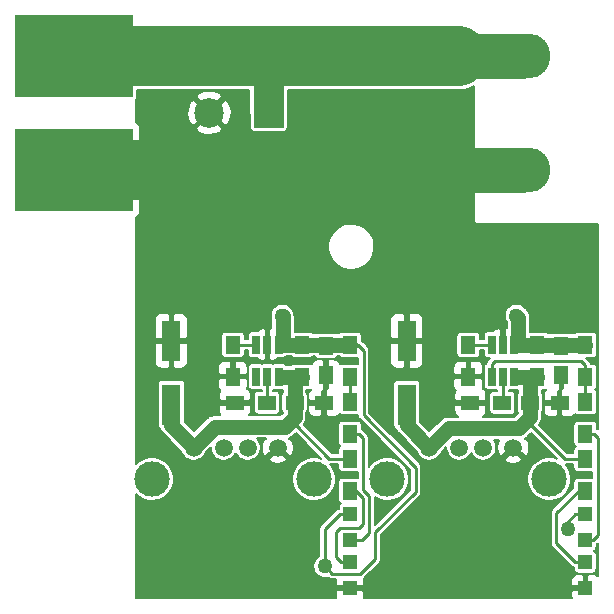
<source format=gtl>
G04 #@! TF.FileFunction,Copper,L1,Top,Signal*
%FSLAX46Y46*%
G04 Gerber Fmt 4.6, Leading zero omitted, Abs format (unit mm)*
G04 Created by KiCad (PCBNEW 4.0.6-e0-6349~53~ubuntu16.04.1) date Sat May 27 22:55:55 2017*
%MOMM*%
%LPD*%
G01*
G04 APERTURE LIST*
%ADD10C,0.100000*%
%ADD11R,1.250000X1.500000*%
%ADD12R,0.650000X1.560000*%
%ADD13R,10.000000X7.000000*%
%ADD14R,1.500000X1.250000*%
%ADD15R,1.600000X3.500000*%
%ADD16R,1.200000X1.200000*%
%ADD17C,1.500000*%
%ADD18C,3.000000*%
%ADD19O,6.000000X3.800000*%
%ADD20R,1.300000X1.500000*%
%ADD21R,1.500000X1.300000*%
%ADD22R,2.500000X2.500000*%
%ADD23C,2.500000*%
%ADD24C,1.270000*%
%ADD25C,1.270000*%
%ADD26C,0.254000*%
%ADD27C,5.080000*%
%ADD28C,3.810000*%
%ADD29C,2.540000*%
%ADD30C,0.635000*%
%ADD31C,0.203200*%
G04 APERTURE END LIST*
D10*
D11*
X149479000Y-109240000D03*
X149479000Y-111740000D03*
D12*
X145476000Y-109140000D03*
X144526000Y-109140000D03*
X143576000Y-109140000D03*
X143576000Y-111840000D03*
X145476000Y-111840000D03*
X144526000Y-111840000D03*
D13*
X128130800Y-84683600D03*
X128130800Y-94335600D03*
D11*
X169418000Y-109240000D03*
X169418000Y-111740000D03*
D14*
X146832000Y-114046000D03*
X149332000Y-114046000D03*
X166771000Y-114046000D03*
X169271000Y-114046000D03*
D15*
X136398000Y-114206000D03*
X136398000Y-108806000D03*
X156337000Y-114206000D03*
X156337000Y-108806000D03*
D16*
X151511000Y-123487000D03*
X151511000Y-125687000D03*
X171450000Y-123487000D03*
X171450000Y-125687000D03*
X151511000Y-127551000D03*
X151511000Y-129751000D03*
X171450000Y-127551000D03*
X171450000Y-129751000D03*
D17*
X145413000Y-117856000D03*
X142873000Y-117856000D03*
X140843000Y-117856000D03*
X138303000Y-117856000D03*
D18*
X148463000Y-120526000D03*
X134743000Y-120526000D03*
D17*
X165352000Y-117856000D03*
X162812000Y-117856000D03*
X160782000Y-117856000D03*
X158242000Y-117856000D03*
D18*
X168402000Y-120526000D03*
X154682000Y-120526000D03*
D19*
X165473000Y-84709000D03*
X165473000Y-94352000D03*
D20*
X151511000Y-113966000D03*
X151511000Y-116666000D03*
X171450000Y-113966000D03*
X171450000Y-116666000D03*
X151511000Y-109140000D03*
X151511000Y-111840000D03*
X171450000Y-109140000D03*
X171450000Y-111840000D03*
X141605000Y-109140000D03*
X141605000Y-111840000D03*
X161544000Y-109140000D03*
X161544000Y-111840000D03*
X147447000Y-109140000D03*
X147447000Y-111840000D03*
X167386000Y-109140000D03*
X167386000Y-111840000D03*
D21*
X144479000Y-114046000D03*
X141779000Y-114046000D03*
X164418000Y-114046000D03*
X161718000Y-114046000D03*
D20*
X151511000Y-118792000D03*
X151511000Y-121492000D03*
X171450000Y-118792000D03*
X171450000Y-121492000D03*
D12*
X165415000Y-109140000D03*
X164465000Y-109140000D03*
X163515000Y-109140000D03*
X163515000Y-111840000D03*
X165415000Y-111840000D03*
X164465000Y-111840000D03*
D22*
X144627600Y-89509600D03*
D23*
X139627600Y-89509600D03*
D24*
X165608000Y-106680000D03*
X145796000Y-106680000D03*
X149397778Y-127891267D03*
X169965944Y-124739764D03*
X163703000Y-125476000D03*
X161798000Y-125476000D03*
X159893000Y-125476000D03*
X143764000Y-125476000D03*
X141859000Y-125476000D03*
X139954000Y-125476000D03*
D25*
X165782000Y-109140000D02*
X165782000Y-106854000D01*
X165782000Y-106854000D02*
X165608000Y-106680000D01*
X145843000Y-109140000D02*
X145843000Y-106727000D01*
X145843000Y-106727000D02*
X145796000Y-106680000D01*
D26*
X149397778Y-127891267D02*
X150032777Y-128526266D01*
X150032777Y-128526266D02*
X152397734Y-128526266D01*
X152397734Y-128526266D02*
X153683999Y-127240001D01*
X153683999Y-127240001D02*
X153683999Y-125030254D01*
X153683999Y-125030254D02*
X157091070Y-121623183D01*
X157091070Y-121623183D02*
X157091070Y-119532733D01*
X152190629Y-109140000D02*
X151511000Y-109140000D01*
X157091070Y-119532733D02*
X152682641Y-115124304D01*
X152682641Y-115124304D02*
X152682641Y-109632012D01*
X152682641Y-109632012D02*
X152190629Y-109140000D01*
D25*
X147447000Y-109140000D02*
X145843000Y-109140000D01*
X147447000Y-109140000D02*
X149379000Y-109140000D01*
X149379000Y-109140000D02*
X149479000Y-109240000D01*
X151511000Y-109140000D02*
X149579000Y-109140000D01*
X149579000Y-109140000D02*
X149479000Y-109240000D01*
X167386000Y-109140000D02*
X165782000Y-109140000D01*
X167386000Y-109140000D02*
X169318000Y-109140000D01*
X169318000Y-109140000D02*
X169418000Y-109240000D01*
X171450000Y-109140000D02*
X169518000Y-109140000D01*
X169518000Y-109140000D02*
X169418000Y-109240000D01*
D27*
X132130800Y-84683600D02*
X144551400Y-84683600D01*
D28*
X165973000Y-84709000D02*
X160655000Y-84709000D01*
D27*
X144627600Y-84709000D02*
X160655000Y-84709000D01*
D29*
X144627600Y-89509600D02*
X144627600Y-84759800D01*
D26*
X149397778Y-126993242D02*
X149397778Y-127891267D01*
X149397778Y-124746222D02*
X149397778Y-126993242D01*
X150657000Y-123487000D02*
X149397778Y-124746222D01*
X151511000Y-123487000D02*
X150657000Y-123487000D01*
X169965944Y-124117056D02*
X169965944Y-124739764D01*
X170596000Y-123487000D02*
X169965944Y-124117056D01*
X171450000Y-123487000D02*
X170596000Y-123487000D01*
D30*
X171450000Y-109240000D02*
X171450000Y-109140000D01*
D27*
X132130800Y-94335600D02*
X133705600Y-94335600D01*
D28*
X165973000Y-94361000D02*
X161417000Y-94361000D01*
D25*
X161798000Y-125476000D02*
X163703000Y-125476000D01*
X159893000Y-125476000D02*
X161798000Y-125476000D01*
X141859000Y-125476000D02*
X143764000Y-125476000D01*
X139954000Y-125476000D02*
X141859000Y-125476000D01*
X146050000Y-116078000D02*
X146177000Y-115951000D01*
X146177000Y-115951000D02*
X146832000Y-115296000D01*
D26*
X149780000Y-118792000D02*
X146939000Y-115951000D01*
X146939000Y-115951000D02*
X146177000Y-115951000D01*
D25*
X138303000Y-117856000D02*
X140081000Y-116078000D01*
X140081000Y-116078000D02*
X146050000Y-116078000D01*
X146832000Y-115296000D02*
X146832000Y-114046000D01*
X147447000Y-111840000D02*
X146558000Y-111840000D01*
X146558000Y-111840000D02*
X145843000Y-111840000D01*
X146832000Y-114046000D02*
X146832000Y-112114000D01*
X146832000Y-112114000D02*
X146558000Y-111840000D01*
D26*
X151511000Y-118792000D02*
X149780000Y-118792000D01*
D25*
X136398000Y-114206000D02*
X136398000Y-115951000D01*
X136398000Y-115951000D02*
X138303000Y-117856000D01*
X165862000Y-116205000D02*
X166116000Y-115951000D01*
X166116000Y-115951000D02*
X166771000Y-115296000D01*
D26*
X169719000Y-118792000D02*
X166878000Y-115951000D01*
X166878000Y-115951000D02*
X166116000Y-115951000D01*
X171450000Y-118792000D02*
X169719000Y-118792000D01*
D25*
X158242000Y-117856000D02*
X159893000Y-116205000D01*
X159893000Y-116205000D02*
X165862000Y-116205000D01*
X166771000Y-115296000D02*
X166771000Y-114046000D01*
X167386000Y-111840000D02*
X166497000Y-111840000D01*
X166497000Y-111840000D02*
X165782000Y-111840000D01*
X166771000Y-114046000D02*
X166771000Y-112114000D01*
X166771000Y-112114000D02*
X166497000Y-111840000D01*
X156337000Y-114206000D02*
X156337000Y-115951000D01*
X156337000Y-115951000D02*
X158242000Y-117856000D01*
D26*
X151511000Y-125687000D02*
X152543383Y-125687000D01*
X152543383Y-125687000D02*
X153162000Y-125068383D01*
X153162000Y-125068383D02*
X153162000Y-121965297D01*
X153162000Y-121965297D02*
X152654000Y-121457297D01*
X152273000Y-116666000D02*
X151511000Y-116666000D01*
X152654000Y-121457297D02*
X152654000Y-117047000D01*
X152654000Y-117047000D02*
X152273000Y-116666000D01*
X171450000Y-125687000D02*
X172098240Y-125687000D01*
X172098240Y-125687000D02*
X172518025Y-125267215D01*
X172518025Y-125267215D02*
X172518025Y-116997294D01*
X172518025Y-116997294D02*
X172186731Y-116666000D01*
X172186731Y-116666000D02*
X171450000Y-116666000D01*
X151511000Y-127551000D02*
X150788023Y-127551000D01*
X150788023Y-127551000D02*
X150305470Y-127068447D01*
X150305470Y-127068447D02*
X150305470Y-124979075D01*
X150305470Y-124979075D02*
X150652441Y-124632104D01*
X150652441Y-124632104D02*
X152326954Y-124632104D01*
X152326954Y-124632104D02*
X152654000Y-124305058D01*
X152654000Y-124305058D02*
X152654000Y-122148235D01*
X152654000Y-122148235D02*
X151997765Y-121492000D01*
X151997765Y-121492000D02*
X151511000Y-121492000D01*
X170596000Y-127551000D02*
X169000734Y-125955734D01*
X171450000Y-127551000D02*
X170596000Y-127551000D01*
X169000734Y-125955734D02*
X169000734Y-123419809D01*
X169000734Y-123419809D02*
X170928543Y-121492000D01*
X170928543Y-121492000D02*
X171450000Y-121492000D01*
X151511000Y-111840000D02*
X151511000Y-113966000D01*
X163515000Y-111840000D02*
X163515000Y-110806000D01*
X163831000Y-110490000D02*
X171104000Y-110490000D01*
X163515000Y-110806000D02*
X163831000Y-110490000D01*
X171104000Y-110490000D02*
X171450000Y-110836000D01*
X171450000Y-110836000D02*
X171450000Y-111840000D01*
X171450000Y-111840000D02*
X171450000Y-113966000D01*
X171276000Y-113792000D02*
X171450000Y-113966000D01*
X143576000Y-109140000D02*
X141605000Y-109140000D01*
X163515000Y-109140000D02*
X161544000Y-109140000D01*
X144526000Y-111840000D02*
X144526000Y-113999000D01*
X144526000Y-113999000D02*
X144479000Y-114046000D01*
X164465000Y-111840000D02*
X164465000Y-113999000D01*
X164465000Y-113999000D02*
X164418000Y-114046000D01*
D31*
G36*
X162002400Y-92443000D02*
X162006348Y-92483268D01*
X162010027Y-92523686D01*
X162010454Y-92525136D01*
X162010601Y-92526637D01*
X162022320Y-92565454D01*
X162033755Y-92604306D01*
X162034453Y-92605641D01*
X162034890Y-92607089D01*
X162053919Y-92642878D01*
X162072689Y-92678781D01*
X162073637Y-92679960D01*
X162074344Y-92681290D01*
X162099911Y-92712638D01*
X162125348Y-92744275D01*
X162126506Y-92745247D01*
X162127459Y-92746415D01*
X162158643Y-92772213D01*
X162189725Y-92798294D01*
X162191049Y-92799022D01*
X162192212Y-92799984D01*
X162227828Y-92819241D01*
X162263369Y-92838780D01*
X162264810Y-92839237D01*
X162266136Y-92839954D01*
X162304821Y-92851929D01*
X162331400Y-92860360D01*
X162331400Y-92905250D01*
X162201676Y-93084457D01*
X161996112Y-93532417D01*
X161922713Y-93809613D01*
X162020732Y-94199600D01*
X162331400Y-94199600D01*
X162331400Y-94504400D01*
X162020732Y-94504400D01*
X161922713Y-94894387D01*
X161996112Y-95171583D01*
X162201676Y-95619543D01*
X162331400Y-95798751D01*
X162331400Y-95826024D01*
X162310546Y-95832320D01*
X162271694Y-95843755D01*
X162270359Y-95844453D01*
X162268911Y-95844890D01*
X162233122Y-95863919D01*
X162197219Y-95882689D01*
X162196040Y-95883637D01*
X162194710Y-95884344D01*
X162163362Y-95909911D01*
X162131725Y-95935348D01*
X162130753Y-95936506D01*
X162129585Y-95937459D01*
X162103852Y-95968565D01*
X162077706Y-95999725D01*
X162076978Y-96001049D01*
X162076016Y-96002212D01*
X162056759Y-96037828D01*
X162037220Y-96073369D01*
X162036763Y-96074810D01*
X162036046Y-96076136D01*
X162024089Y-96114764D01*
X162011810Y-96153473D01*
X162011642Y-96154973D01*
X162011195Y-96156416D01*
X162006954Y-96196767D01*
X162002442Y-96236988D01*
X162002422Y-96239882D01*
X162002410Y-96239994D01*
X162002420Y-96240106D01*
X162002400Y-96243000D01*
X162002400Y-98526000D01*
X162006348Y-98566268D01*
X162010027Y-98606686D01*
X162010454Y-98608136D01*
X162010601Y-98609637D01*
X162022320Y-98648454D01*
X162033755Y-98687306D01*
X162034453Y-98688641D01*
X162034890Y-98690089D01*
X162053919Y-98725878D01*
X162072689Y-98761781D01*
X162073637Y-98762960D01*
X162074344Y-98764290D01*
X162099911Y-98795638D01*
X162125348Y-98827275D01*
X162126506Y-98828247D01*
X162127459Y-98829415D01*
X162158643Y-98855213D01*
X162189725Y-98881294D01*
X162191049Y-98882022D01*
X162192212Y-98882984D01*
X162227828Y-98902241D01*
X162263369Y-98921780D01*
X162264810Y-98922237D01*
X162266136Y-98922954D01*
X162304821Y-98934929D01*
X162343473Y-98947190D01*
X162344973Y-98947358D01*
X162346416Y-98947805D01*
X162386767Y-98952046D01*
X162426988Y-98956558D01*
X162429882Y-98956578D01*
X162429994Y-98956590D01*
X162430106Y-98956580D01*
X162433000Y-98956600D01*
X172505400Y-98956600D01*
X172505400Y-116306202D01*
X172493534Y-116296455D01*
X172459384Y-116267800D01*
X172457320Y-116266665D01*
X172457320Y-115916000D01*
X172452804Y-115859372D01*
X172423060Y-115763325D01*
X172367736Y-115679367D01*
X172291212Y-115614146D01*
X172199547Y-115572827D01*
X172100000Y-115558680D01*
X170800000Y-115558680D01*
X170743372Y-115563196D01*
X170647325Y-115592940D01*
X170563367Y-115648264D01*
X170498146Y-115724788D01*
X170456827Y-115816453D01*
X170442680Y-115916000D01*
X170442680Y-117416000D01*
X170447196Y-117472628D01*
X170476940Y-117568675D01*
X170532264Y-117652633D01*
X170608788Y-117717854D01*
X170632650Y-117728610D01*
X170563367Y-117774264D01*
X170498146Y-117850788D01*
X170456827Y-117942453D01*
X170442680Y-118042000D01*
X170442680Y-118309400D01*
X169918900Y-118309400D01*
X167532146Y-115922646D01*
X167588357Y-115855656D01*
X167590866Y-115851092D01*
X167594173Y-115847066D01*
X167637423Y-115766406D01*
X167681495Y-115686239D01*
X167683070Y-115681275D01*
X167685532Y-115676683D01*
X167712295Y-115589145D01*
X167739953Y-115501957D01*
X167740533Y-115496782D01*
X167742057Y-115491799D01*
X167751308Y-115400721D01*
X167761503Y-115309831D01*
X167761574Y-115299651D01*
X167761594Y-115299458D01*
X167761577Y-115299278D01*
X167761600Y-115296000D01*
X167761600Y-114934082D01*
X167822854Y-114862212D01*
X167864173Y-114770547D01*
X167878320Y-114671000D01*
X167878320Y-114350800D01*
X167911400Y-114350800D01*
X167911400Y-114731041D01*
X167934827Y-114848814D01*
X167980780Y-114959754D01*
X168047493Y-115059598D01*
X168132403Y-115144507D01*
X168232246Y-115211221D01*
X168343187Y-115257173D01*
X168460960Y-115280600D01*
X168966200Y-115280600D01*
X169118600Y-115128200D01*
X169118600Y-114198400D01*
X168063800Y-114198400D01*
X167911400Y-114350800D01*
X167878320Y-114350800D01*
X167878320Y-113421000D01*
X167873804Y-113364372D01*
X167844060Y-113268325D01*
X167788736Y-113184367D01*
X167761600Y-113161239D01*
X167761600Y-112947320D01*
X168036000Y-112947320D01*
X168092628Y-112942804D01*
X168179840Y-112915796D01*
X168132403Y-112947493D01*
X168047493Y-113032402D01*
X167980780Y-113132246D01*
X167934827Y-113243186D01*
X167911400Y-113360959D01*
X167911400Y-113741200D01*
X168063800Y-113893600D01*
X169118600Y-113893600D01*
X169118600Y-113094200D01*
X169265600Y-112947200D01*
X169265600Y-111892400D01*
X169245600Y-111892400D01*
X169245600Y-111587600D01*
X169265600Y-111587600D01*
X169265600Y-111567600D01*
X169570400Y-111567600D01*
X169570400Y-111587600D01*
X169590400Y-111587600D01*
X169590400Y-111892400D01*
X169570400Y-111892400D01*
X169570400Y-112816800D01*
X169423400Y-112963800D01*
X169423400Y-113893600D01*
X169443400Y-113893600D01*
X169443400Y-114198400D01*
X169423400Y-114198400D01*
X169423400Y-115128200D01*
X169575800Y-115280600D01*
X170081040Y-115280600D01*
X170198813Y-115257173D01*
X170309754Y-115211221D01*
X170409597Y-115144507D01*
X170494507Y-115059598D01*
X170553745Y-114970941D01*
X170608788Y-115017854D01*
X170700453Y-115059173D01*
X170800000Y-115073320D01*
X172100000Y-115073320D01*
X172156628Y-115068804D01*
X172252675Y-115039060D01*
X172336633Y-114983736D01*
X172401854Y-114907212D01*
X172443173Y-114815547D01*
X172457320Y-114716000D01*
X172457320Y-113216000D01*
X172452804Y-113159372D01*
X172423060Y-113063325D01*
X172367736Y-112979367D01*
X172291212Y-112914146D01*
X172267350Y-112903390D01*
X172336633Y-112857736D01*
X172401854Y-112781212D01*
X172443173Y-112689547D01*
X172457320Y-112590000D01*
X172457320Y-111090000D01*
X172452804Y-111033372D01*
X172423060Y-110937325D01*
X172367736Y-110853367D01*
X172291212Y-110788146D01*
X172199547Y-110746827D01*
X172100000Y-110732680D01*
X171920516Y-110732680D01*
X171910528Y-110699600D01*
X171898087Y-110656777D01*
X171896920Y-110654525D01*
X171896186Y-110652095D01*
X171875242Y-110612705D01*
X171854742Y-110573157D01*
X171853161Y-110571176D01*
X171851968Y-110568933D01*
X171823783Y-110534375D01*
X171795981Y-110499548D01*
X171792495Y-110496012D01*
X171792439Y-110495944D01*
X171792376Y-110495892D01*
X171791250Y-110494750D01*
X171543820Y-110247320D01*
X172100000Y-110247320D01*
X172156628Y-110242804D01*
X172252675Y-110213060D01*
X172336633Y-110157736D01*
X172401854Y-110081212D01*
X172443173Y-109989547D01*
X172457320Y-109890000D01*
X172457320Y-108390000D01*
X172452804Y-108333372D01*
X172423060Y-108237325D01*
X172367736Y-108153367D01*
X172291212Y-108088146D01*
X172199547Y-108046827D01*
X172100000Y-108032680D01*
X170800000Y-108032680D01*
X170743372Y-108037196D01*
X170647325Y-108066940D01*
X170563367Y-108122264D01*
X170540239Y-108149400D01*
X170148255Y-108149400D01*
X170142547Y-108146827D01*
X170043000Y-108132680D01*
X168793000Y-108132680D01*
X168736372Y-108137196D01*
X168696964Y-108149400D01*
X168299082Y-108149400D01*
X168227212Y-108088146D01*
X168135547Y-108046827D01*
X168036000Y-108032680D01*
X166772600Y-108032680D01*
X166772600Y-106854000D01*
X166763669Y-106762916D01*
X166755695Y-106671778D01*
X166754243Y-106666779D01*
X166753734Y-106661591D01*
X166727281Y-106573975D01*
X166701758Y-106486123D01*
X166699360Y-106481497D01*
X166697855Y-106476512D01*
X166654903Y-106395731D01*
X166612787Y-106314480D01*
X166609538Y-106310410D01*
X166607092Y-106305810D01*
X166549233Y-106234868D01*
X166492171Y-106163388D01*
X166485026Y-106156142D01*
X166484901Y-106155989D01*
X166484760Y-106155872D01*
X166482460Y-106153540D01*
X166318218Y-105989298D01*
X166242487Y-105913037D01*
X166081433Y-105804404D01*
X165902346Y-105729123D01*
X165712047Y-105690060D01*
X165517785Y-105688704D01*
X165326959Y-105725106D01*
X165146838Y-105797879D01*
X164984283Y-105904252D01*
X164845485Y-106040174D01*
X164735730Y-106200466D01*
X164659201Y-106379023D01*
X164618810Y-106569045D01*
X164616098Y-106763292D01*
X164651167Y-106954367D01*
X164722681Y-107134992D01*
X164791400Y-107241623D01*
X164791400Y-107750400D01*
X164769800Y-107750400D01*
X164617400Y-107902800D01*
X164617400Y-108987600D01*
X164637400Y-108987600D01*
X164637400Y-109292400D01*
X164617400Y-109292400D01*
X164617400Y-109312400D01*
X164312600Y-109312400D01*
X164312600Y-109292400D01*
X164292600Y-109292400D01*
X164292600Y-108987600D01*
X164312600Y-108987600D01*
X164312600Y-107902800D01*
X164160200Y-107750400D01*
X164079959Y-107750400D01*
X163962186Y-107773827D01*
X163851246Y-107819780D01*
X163751402Y-107886493D01*
X163666493Y-107971403D01*
X163645594Y-108002680D01*
X163190000Y-108002680D01*
X163133372Y-108007196D01*
X163037325Y-108036940D01*
X162953367Y-108092264D01*
X162888146Y-108168788D01*
X162846827Y-108260453D01*
X162832680Y-108360000D01*
X162832680Y-108657400D01*
X162551320Y-108657400D01*
X162551320Y-108390000D01*
X162546804Y-108333372D01*
X162517060Y-108237325D01*
X162461736Y-108153367D01*
X162385212Y-108088146D01*
X162293547Y-108046827D01*
X162194000Y-108032680D01*
X160894000Y-108032680D01*
X160837372Y-108037196D01*
X160741325Y-108066940D01*
X160657367Y-108122264D01*
X160592146Y-108198788D01*
X160550827Y-108290453D01*
X160536680Y-108390000D01*
X160536680Y-109890000D01*
X160541196Y-109946628D01*
X160570940Y-110042675D01*
X160626264Y-110126633D01*
X160702788Y-110191854D01*
X160794453Y-110233173D01*
X160894000Y-110247320D01*
X162194000Y-110247320D01*
X162250628Y-110242804D01*
X162346675Y-110213060D01*
X162430633Y-110157736D01*
X162495854Y-110081212D01*
X162537173Y-109989547D01*
X162551320Y-109890000D01*
X162551320Y-109622600D01*
X162832680Y-109622600D01*
X162832680Y-109920000D01*
X162837196Y-109976628D01*
X162866940Y-110072675D01*
X162922264Y-110156633D01*
X162998788Y-110221854D01*
X163090453Y-110263173D01*
X163190000Y-110277320D01*
X163361181Y-110277320D01*
X163173750Y-110464750D01*
X163145455Y-110499197D01*
X163116800Y-110533347D01*
X163115578Y-110535570D01*
X163113967Y-110537531D01*
X163092885Y-110576848D01*
X163071425Y-110615884D01*
X163070659Y-110618300D01*
X163069458Y-110620539D01*
X163056415Y-110663202D01*
X163042946Y-110705662D01*
X163042663Y-110708183D01*
X163041921Y-110710611D01*
X163039309Y-110736326D01*
X163037325Y-110736940D01*
X162953367Y-110792264D01*
X162888146Y-110868788D01*
X162846827Y-110960453D01*
X162832680Y-111060000D01*
X162832680Y-112620000D01*
X162837196Y-112676628D01*
X162866940Y-112772675D01*
X162922264Y-112856633D01*
X162998788Y-112921854D01*
X163090453Y-112963173D01*
X163190000Y-112977320D01*
X163840000Y-112977320D01*
X163896628Y-112972804D01*
X163982400Y-112946242D01*
X163982400Y-113038680D01*
X163668000Y-113038680D01*
X163611372Y-113043196D01*
X163515325Y-113072940D01*
X163431367Y-113128264D01*
X163366146Y-113204788D01*
X163324827Y-113296453D01*
X163310680Y-113396000D01*
X163310680Y-114696000D01*
X163315196Y-114752628D01*
X163344940Y-114848675D01*
X163400264Y-114932633D01*
X163476788Y-114997854D01*
X163568453Y-115039173D01*
X163668000Y-115053320D01*
X165168000Y-115053320D01*
X165224628Y-115048804D01*
X165320675Y-115019060D01*
X165404633Y-114963736D01*
X165469854Y-114887212D01*
X165511173Y-114795547D01*
X165525320Y-114696000D01*
X165525320Y-113396000D01*
X165520804Y-113339372D01*
X165491060Y-113243325D01*
X165435736Y-113159367D01*
X165359212Y-113094146D01*
X165267547Y-113052827D01*
X165168000Y-113038680D01*
X164947600Y-113038680D01*
X164947600Y-112943857D01*
X164990453Y-112963173D01*
X165090000Y-112977320D01*
X165740000Y-112977320D01*
X165780400Y-112974098D01*
X165780400Y-113157918D01*
X165719146Y-113229788D01*
X165677827Y-113321453D01*
X165663680Y-113421000D01*
X165663680Y-114671000D01*
X165668196Y-114727628D01*
X165697940Y-114823675D01*
X165753264Y-114907633D01*
X165756062Y-114910018D01*
X165451680Y-115214400D01*
X162789411Y-115214400D01*
X162856597Y-115169507D01*
X162941507Y-115084598D01*
X163008220Y-114984754D01*
X163054173Y-114873814D01*
X163077600Y-114756041D01*
X163077600Y-114350800D01*
X162925200Y-114198400D01*
X161870400Y-114198400D01*
X161870400Y-114218400D01*
X161565600Y-114218400D01*
X161565600Y-114198400D01*
X160510800Y-114198400D01*
X160358400Y-114350800D01*
X160358400Y-114756041D01*
X160381827Y-114873814D01*
X160427780Y-114984754D01*
X160494493Y-115084598D01*
X160579403Y-115169507D01*
X160646589Y-115214400D01*
X159893000Y-115214400D01*
X159802007Y-115223322D01*
X159710778Y-115231304D01*
X159705774Y-115232758D01*
X159700591Y-115233266D01*
X159613003Y-115259710D01*
X159525124Y-115285242D01*
X159520499Y-115287639D01*
X159515512Y-115289145D01*
X159434692Y-115332117D01*
X159353481Y-115374213D01*
X159349413Y-115377461D01*
X159344810Y-115379908D01*
X159273852Y-115437780D01*
X159202389Y-115494828D01*
X159195142Y-115501974D01*
X159194989Y-115502099D01*
X159194872Y-115502240D01*
X159192540Y-115504540D01*
X158242000Y-116455080D01*
X157494320Y-115707400D01*
X157494320Y-112456000D01*
X157489804Y-112399372D01*
X157460060Y-112303325D01*
X157404736Y-112219367D01*
X157328212Y-112154146D01*
X157307479Y-112144800D01*
X160284400Y-112144800D01*
X160284400Y-112650040D01*
X160307827Y-112767813D01*
X160353779Y-112878754D01*
X160420493Y-112978597D01*
X160476390Y-113034495D01*
X160427780Y-113107246D01*
X160381827Y-113218186D01*
X160358400Y-113335959D01*
X160358400Y-113741200D01*
X160510800Y-113893600D01*
X161565600Y-113893600D01*
X161565600Y-113873600D01*
X161870400Y-113873600D01*
X161870400Y-113893600D01*
X162925200Y-113893600D01*
X163077600Y-113741200D01*
X163077600Y-113335959D01*
X163054173Y-113218186D01*
X163008220Y-113107246D01*
X162941507Y-113007402D01*
X162856597Y-112922493D01*
X162756754Y-112855779D01*
X162745643Y-112851177D01*
X162780173Y-112767813D01*
X162803600Y-112650040D01*
X162803600Y-112144800D01*
X162651200Y-111992400D01*
X161696400Y-111992400D01*
X161696400Y-112012400D01*
X161391600Y-112012400D01*
X161391600Y-111992400D01*
X160436800Y-111992400D01*
X160284400Y-112144800D01*
X157307479Y-112144800D01*
X157236547Y-112112827D01*
X157137000Y-112098680D01*
X155537000Y-112098680D01*
X155480372Y-112103196D01*
X155384325Y-112132940D01*
X155300367Y-112188264D01*
X155235146Y-112264788D01*
X155193827Y-112356453D01*
X155179680Y-112456000D01*
X155179680Y-115956000D01*
X155184196Y-116012628D01*
X155213940Y-116108675D01*
X155269264Y-116192633D01*
X155345788Y-116257854D01*
X155407609Y-116285721D01*
X155417242Y-116318877D01*
X155419640Y-116323503D01*
X155421145Y-116328488D01*
X155464097Y-116409269D01*
X155506213Y-116490520D01*
X155509462Y-116494590D01*
X155511908Y-116499190D01*
X155569787Y-116570156D01*
X155626829Y-116641611D01*
X155633973Y-116648857D01*
X155634099Y-116649011D01*
X155634242Y-116649129D01*
X155636540Y-116651460D01*
X157191643Y-118206563D01*
X157253903Y-118363813D01*
X157371356Y-118546064D01*
X157521971Y-118702031D01*
X157700012Y-118825773D01*
X157898698Y-118912576D01*
X158110459Y-118959135D01*
X158327231Y-118963676D01*
X158540756Y-118926025D01*
X158742902Y-118847618D01*
X158925969Y-118731441D01*
X159082984Y-118581918D01*
X159207965Y-118404745D01*
X159296154Y-118206670D01*
X159297302Y-118201618D01*
X159676716Y-117822204D01*
X159674946Y-117948962D01*
X159714086Y-118162219D01*
X159793903Y-118363813D01*
X159911356Y-118546064D01*
X160061971Y-118702031D01*
X160240012Y-118825773D01*
X160438698Y-118912576D01*
X160650459Y-118959135D01*
X160867231Y-118963676D01*
X161080756Y-118926025D01*
X161282902Y-118847618D01*
X161465969Y-118731441D01*
X161622984Y-118581918D01*
X161747965Y-118404745D01*
X161796737Y-118295201D01*
X161823903Y-118363813D01*
X161941356Y-118546064D01*
X162091971Y-118702031D01*
X162270012Y-118825773D01*
X162468698Y-118912576D01*
X162680459Y-118959135D01*
X162897231Y-118963676D01*
X163110756Y-118926025D01*
X163312902Y-118847618D01*
X163363918Y-118815242D01*
X164608284Y-118815242D01*
X164677286Y-119043942D01*
X164922007Y-119152746D01*
X165183252Y-119211717D01*
X165450982Y-119218588D01*
X165714908Y-119173096D01*
X165964887Y-119076989D01*
X166026714Y-119043942D01*
X166095716Y-118815242D01*
X165352000Y-118071526D01*
X164608284Y-118815242D01*
X163363918Y-118815242D01*
X163495969Y-118731441D01*
X163652984Y-118581918D01*
X163777965Y-118404745D01*
X163866154Y-118206670D01*
X163914190Y-117995239D01*
X163917648Y-117747590D01*
X163875534Y-117534900D01*
X163792911Y-117334441D01*
X163700666Y-117195600D01*
X164157694Y-117195600D01*
X164055254Y-117426007D01*
X163996283Y-117687252D01*
X163989412Y-117954982D01*
X164034904Y-118218908D01*
X164131011Y-118468887D01*
X164164058Y-118530714D01*
X164392758Y-118599716D01*
X165136474Y-117856000D01*
X165122332Y-117841858D01*
X165337858Y-117626332D01*
X165352000Y-117640474D01*
X165366143Y-117626332D01*
X165581669Y-117841858D01*
X165567526Y-117856000D01*
X166311242Y-118599716D01*
X166539942Y-118530714D01*
X166648746Y-118285993D01*
X166707717Y-118024748D01*
X166714588Y-117757018D01*
X166669096Y-117493092D01*
X166572989Y-117243113D01*
X166539942Y-117181286D01*
X166311244Y-117112285D01*
X166372914Y-117050615D01*
X166401520Y-117035787D01*
X166405590Y-117032538D01*
X166410190Y-117030092D01*
X166481156Y-116972213D01*
X166552611Y-116915171D01*
X166559857Y-116908027D01*
X166560011Y-116907901D01*
X166560129Y-116907758D01*
X166562460Y-116905460D01*
X166856210Y-116611710D01*
X169015372Y-118770872D01*
X168953371Y-118744809D01*
X168596901Y-118671636D01*
X168233008Y-118669096D01*
X167875552Y-118737284D01*
X167538148Y-118873604D01*
X167233648Y-119072864D01*
X166973650Y-119327472D01*
X166768058Y-119627733D01*
X166624702Y-119962208D01*
X166549042Y-120318157D01*
X166543961Y-120682024D01*
X166609653Y-121039947D01*
X166743614Y-121378295D01*
X166940742Y-121684178D01*
X167193530Y-121945948D01*
X167492348Y-122153631D01*
X167825814Y-122299319D01*
X168181227Y-122377462D01*
X168545049Y-122385083D01*
X168903422Y-122321892D01*
X169242696Y-122190296D01*
X169549949Y-121995308D01*
X169813476Y-121744354D01*
X170023241Y-121446993D01*
X170171253Y-121114552D01*
X170251875Y-120759694D01*
X170257679Y-120344049D01*
X170186997Y-119987078D01*
X170048325Y-119650634D01*
X169846944Y-119347532D01*
X169774520Y-119274600D01*
X170442680Y-119274600D01*
X170442680Y-119542000D01*
X170447196Y-119598628D01*
X170476940Y-119694675D01*
X170532264Y-119778633D01*
X170608788Y-119843854D01*
X170700453Y-119885173D01*
X170800000Y-119899320D01*
X172035425Y-119899320D01*
X172035425Y-120384680D01*
X170800000Y-120384680D01*
X170743372Y-120389196D01*
X170647325Y-120418940D01*
X170563367Y-120474264D01*
X170498146Y-120550788D01*
X170456827Y-120642453D01*
X170442680Y-120742000D01*
X170442680Y-121295364D01*
X168659484Y-123078559D01*
X168631189Y-123113006D01*
X168602534Y-123147156D01*
X168601312Y-123149379D01*
X168599701Y-123151340D01*
X168578619Y-123190657D01*
X168557159Y-123229693D01*
X168556393Y-123232109D01*
X168555192Y-123234348D01*
X168542149Y-123277011D01*
X168528680Y-123319471D01*
X168528397Y-123321992D01*
X168527655Y-123324420D01*
X168523150Y-123368775D01*
X168518181Y-123413071D01*
X168518146Y-123418031D01*
X168518137Y-123418124D01*
X168518145Y-123418210D01*
X168518134Y-123419809D01*
X168518134Y-125955734D01*
X168522480Y-126000060D01*
X168526369Y-126044509D01*
X168527078Y-126046948D01*
X168527325Y-126049471D01*
X168540206Y-126092134D01*
X168552647Y-126134957D01*
X168553814Y-126137209D01*
X168554548Y-126139639D01*
X168575492Y-126179029D01*
X168595992Y-126218577D01*
X168597573Y-126220558D01*
X168598766Y-126222801D01*
X168626951Y-126257359D01*
X168654753Y-126292186D01*
X168658239Y-126295722D01*
X168658295Y-126295790D01*
X168658358Y-126295842D01*
X168659484Y-126296984D01*
X170254750Y-127892250D01*
X170289197Y-127920545D01*
X170323347Y-127949200D01*
X170325570Y-127950422D01*
X170327531Y-127952033D01*
X170366848Y-127973115D01*
X170405884Y-127994575D01*
X170408300Y-127995341D01*
X170410539Y-127996542D01*
X170453202Y-128009585D01*
X170492680Y-128022108D01*
X170492680Y-128151000D01*
X170497196Y-128207628D01*
X170526940Y-128303675D01*
X170582264Y-128387633D01*
X170658788Y-128452854D01*
X170750453Y-128494173D01*
X170850000Y-128508320D01*
X172050000Y-128508320D01*
X172106628Y-128503804D01*
X172202675Y-128474060D01*
X172286633Y-128418736D01*
X172351854Y-128342212D01*
X172393173Y-128250547D01*
X172407320Y-128151000D01*
X172407320Y-126951000D01*
X172402804Y-126894372D01*
X172373060Y-126798325D01*
X172317736Y-126714367D01*
X172241212Y-126649146D01*
X172174119Y-126618903D01*
X172202675Y-126610060D01*
X172286633Y-126554736D01*
X172351854Y-126478212D01*
X172393173Y-126386547D01*
X172407320Y-126287000D01*
X172407320Y-126054832D01*
X172434692Y-126032981D01*
X172438228Y-126029495D01*
X172438296Y-126029439D01*
X172438348Y-126029376D01*
X172439490Y-126028250D01*
X172505400Y-125962340D01*
X172505400Y-128744296D01*
X172438598Y-128677493D01*
X172338754Y-128610780D01*
X172227814Y-128564827D01*
X172110041Y-128541400D01*
X171754800Y-128541400D01*
X171602400Y-128693800D01*
X171602400Y-129598600D01*
X171622400Y-129598600D01*
X171622400Y-129903400D01*
X171602400Y-129903400D01*
X171602400Y-129923400D01*
X171297600Y-129923400D01*
X171297600Y-129903400D01*
X170392800Y-129903400D01*
X170240400Y-130055800D01*
X170240400Y-130411040D01*
X170263827Y-130528813D01*
X170291407Y-130595400D01*
X152669593Y-130595400D01*
X152697173Y-130528813D01*
X152720600Y-130411040D01*
X152720600Y-130055800D01*
X152568200Y-129903400D01*
X151663400Y-129903400D01*
X151663400Y-129923400D01*
X151358600Y-129923400D01*
X151358600Y-129903400D01*
X150453800Y-129903400D01*
X150301400Y-130055800D01*
X150301400Y-130411040D01*
X150324827Y-130528813D01*
X150352407Y-130595400D01*
X133366600Y-130595400D01*
X133366600Y-121772051D01*
X133534530Y-121945948D01*
X133833348Y-122153631D01*
X134166814Y-122299319D01*
X134522227Y-122377462D01*
X134886049Y-122385083D01*
X135244422Y-122321892D01*
X135583696Y-122190296D01*
X135890949Y-121995308D01*
X136154476Y-121744354D01*
X136364241Y-121446993D01*
X136512253Y-121114552D01*
X136592875Y-120759694D01*
X136598679Y-120344049D01*
X136527997Y-119987078D01*
X136389325Y-119650634D01*
X136187944Y-119347532D01*
X135931527Y-119089318D01*
X135629838Y-118885827D01*
X135294371Y-118744809D01*
X134937901Y-118671636D01*
X134574008Y-118669096D01*
X134216552Y-118737284D01*
X133879148Y-118873604D01*
X133574648Y-119072864D01*
X133366600Y-119276599D01*
X133366600Y-112456000D01*
X135240680Y-112456000D01*
X135240680Y-115956000D01*
X135245196Y-116012628D01*
X135274940Y-116108675D01*
X135330264Y-116192633D01*
X135406788Y-116257854D01*
X135468609Y-116285721D01*
X135478242Y-116318877D01*
X135480640Y-116323503D01*
X135482145Y-116328488D01*
X135525097Y-116409269D01*
X135567213Y-116490520D01*
X135570462Y-116494590D01*
X135572908Y-116499190D01*
X135630787Y-116570156D01*
X135687829Y-116641611D01*
X135694973Y-116648857D01*
X135695099Y-116649011D01*
X135695242Y-116649129D01*
X135697540Y-116651460D01*
X137252643Y-118206563D01*
X137314903Y-118363813D01*
X137432356Y-118546064D01*
X137582971Y-118702031D01*
X137761012Y-118825773D01*
X137959698Y-118912576D01*
X138171459Y-118959135D01*
X138388231Y-118963676D01*
X138601756Y-118926025D01*
X138803902Y-118847618D01*
X138986969Y-118731441D01*
X139143984Y-118581918D01*
X139268965Y-118404745D01*
X139357154Y-118206670D01*
X139358302Y-118201618D01*
X139737716Y-117822204D01*
X139735946Y-117948962D01*
X139775086Y-118162219D01*
X139854903Y-118363813D01*
X139972356Y-118546064D01*
X140122971Y-118702031D01*
X140301012Y-118825773D01*
X140499698Y-118912576D01*
X140711459Y-118959135D01*
X140928231Y-118963676D01*
X141141756Y-118926025D01*
X141343902Y-118847618D01*
X141526969Y-118731441D01*
X141683984Y-118581918D01*
X141808965Y-118404745D01*
X141857737Y-118295201D01*
X141884903Y-118363813D01*
X142002356Y-118546064D01*
X142152971Y-118702031D01*
X142331012Y-118825773D01*
X142529698Y-118912576D01*
X142741459Y-118959135D01*
X142958231Y-118963676D01*
X143171756Y-118926025D01*
X143373902Y-118847618D01*
X143424918Y-118815242D01*
X144669284Y-118815242D01*
X144738286Y-119043942D01*
X144983007Y-119152746D01*
X145244252Y-119211717D01*
X145511982Y-119218588D01*
X145775908Y-119173096D01*
X146025887Y-119076989D01*
X146087714Y-119043942D01*
X146156716Y-118815242D01*
X145413000Y-118071526D01*
X144669284Y-118815242D01*
X143424918Y-118815242D01*
X143556969Y-118731441D01*
X143713984Y-118581918D01*
X143838965Y-118404745D01*
X143927154Y-118206670D01*
X143975190Y-117995239D01*
X143978648Y-117747590D01*
X143936534Y-117534900D01*
X143853911Y-117334441D01*
X143733925Y-117153847D01*
X143649271Y-117068600D01*
X144410071Y-117068600D01*
X144453756Y-117112285D01*
X144225058Y-117181286D01*
X144116254Y-117426007D01*
X144057283Y-117687252D01*
X144050412Y-117954982D01*
X144095904Y-118218908D01*
X144192011Y-118468887D01*
X144225058Y-118530714D01*
X144453758Y-118599716D01*
X145197474Y-117856000D01*
X145183332Y-117841858D01*
X145398858Y-117626332D01*
X145413000Y-117640474D01*
X145427143Y-117626332D01*
X145642669Y-117841858D01*
X145628526Y-117856000D01*
X146372242Y-118599716D01*
X146600942Y-118530714D01*
X146709746Y-118285993D01*
X146768717Y-118024748D01*
X146775588Y-117757018D01*
X146730096Y-117493092D01*
X146633989Y-117243113D01*
X146600942Y-117181286D01*
X146372244Y-117112285D01*
X146486451Y-116998078D01*
X146463226Y-116974853D01*
X146508269Y-116950903D01*
X146589520Y-116908787D01*
X146593590Y-116905538D01*
X146598190Y-116903092D01*
X146669156Y-116845213D01*
X146740611Y-116788171D01*
X146747857Y-116781027D01*
X146748011Y-116780901D01*
X146748129Y-116780758D01*
X146750460Y-116778460D01*
X146917210Y-116611710D01*
X149076372Y-118770872D01*
X149014371Y-118744809D01*
X148657901Y-118671636D01*
X148294008Y-118669096D01*
X147936552Y-118737284D01*
X147599148Y-118873604D01*
X147294648Y-119072864D01*
X147034650Y-119327472D01*
X146829058Y-119627733D01*
X146685702Y-119962208D01*
X146610042Y-120318157D01*
X146604961Y-120682024D01*
X146670653Y-121039947D01*
X146804614Y-121378295D01*
X147001742Y-121684178D01*
X147254530Y-121945948D01*
X147553348Y-122153631D01*
X147886814Y-122299319D01*
X148242227Y-122377462D01*
X148606049Y-122385083D01*
X148964422Y-122321892D01*
X149303696Y-122190296D01*
X149610949Y-121995308D01*
X149874476Y-121744354D01*
X150084241Y-121446993D01*
X150232253Y-121114552D01*
X150312875Y-120759694D01*
X150318679Y-120344049D01*
X150247997Y-119987078D01*
X150109325Y-119650634D01*
X149907944Y-119347532D01*
X149835520Y-119274600D01*
X150503680Y-119274600D01*
X150503680Y-119542000D01*
X150508196Y-119598628D01*
X150537940Y-119694675D01*
X150593264Y-119778633D01*
X150669788Y-119843854D01*
X150761453Y-119885173D01*
X150861000Y-119899320D01*
X152161000Y-119899320D01*
X152171400Y-119898491D01*
X152171400Y-120386158D01*
X152161000Y-120384680D01*
X150861000Y-120384680D01*
X150804372Y-120389196D01*
X150708325Y-120418940D01*
X150624367Y-120474264D01*
X150559146Y-120550788D01*
X150517827Y-120642453D01*
X150503680Y-120742000D01*
X150503680Y-122242000D01*
X150508196Y-122298628D01*
X150537940Y-122394675D01*
X150593264Y-122478633D01*
X150669788Y-122543854D01*
X150740462Y-122575711D01*
X150674367Y-122619264D01*
X150609146Y-122695788D01*
X150567827Y-122787453D01*
X150553680Y-122887000D01*
X150553680Y-123016484D01*
X150520587Y-123026476D01*
X150477778Y-123038913D01*
X150475527Y-123040080D01*
X150473095Y-123040814D01*
X150433687Y-123061768D01*
X150394157Y-123082258D01*
X150392176Y-123083839D01*
X150389933Y-123085032D01*
X150355375Y-123113217D01*
X150320548Y-123141019D01*
X150317012Y-123144505D01*
X150316944Y-123144561D01*
X150316892Y-123144624D01*
X150315750Y-123145750D01*
X149056528Y-124404972D01*
X149028233Y-124439419D01*
X148999578Y-124473569D01*
X148998356Y-124475792D01*
X148996745Y-124477753D01*
X148975663Y-124517070D01*
X148954203Y-124556106D01*
X148953437Y-124558522D01*
X148952236Y-124560761D01*
X148939193Y-124603424D01*
X148925724Y-124645884D01*
X148925441Y-124648405D01*
X148924699Y-124650833D01*
X148920194Y-124695188D01*
X148915225Y-124739484D01*
X148915190Y-124744444D01*
X148915181Y-124744537D01*
X148915189Y-124744623D01*
X148915178Y-124746222D01*
X148915178Y-127023175D01*
X148774061Y-127115519D01*
X148635263Y-127251441D01*
X148525508Y-127411733D01*
X148448979Y-127590290D01*
X148408588Y-127780312D01*
X148405876Y-127974559D01*
X148440945Y-128165634D01*
X148512459Y-128346259D01*
X148617695Y-128509553D01*
X148752644Y-128649297D01*
X148912166Y-128760168D01*
X149090185Y-128837942D01*
X149279920Y-128879658D01*
X149474144Y-128883726D01*
X149665459Y-128849992D01*
X149671615Y-128847604D01*
X149691527Y-128867516D01*
X149725974Y-128895811D01*
X149760124Y-128924466D01*
X149762347Y-128925688D01*
X149764308Y-128927299D01*
X149803590Y-128948362D01*
X149842661Y-128969841D01*
X149845081Y-128970609D01*
X149847316Y-128971807D01*
X149889946Y-128984841D01*
X149932439Y-128998320D01*
X149934959Y-128998603D01*
X149937387Y-128999345D01*
X149981748Y-129003851D01*
X150026039Y-129008819D01*
X150030999Y-129008854D01*
X150031092Y-129008863D01*
X150031178Y-129008855D01*
X150032777Y-129008866D01*
X150317730Y-129008866D01*
X150301400Y-129090960D01*
X150301400Y-129446200D01*
X150453800Y-129598600D01*
X151358600Y-129598600D01*
X151358600Y-129578600D01*
X151663400Y-129578600D01*
X151663400Y-129598600D01*
X152568200Y-129598600D01*
X152720600Y-129446200D01*
X152720600Y-129090960D01*
X170240400Y-129090960D01*
X170240400Y-129446200D01*
X170392800Y-129598600D01*
X171297600Y-129598600D01*
X171297600Y-128693800D01*
X171145200Y-128541400D01*
X170789959Y-128541400D01*
X170672186Y-128564827D01*
X170561246Y-128610780D01*
X170461402Y-128677493D01*
X170376493Y-128762403D01*
X170309779Y-128862246D01*
X170263827Y-128973187D01*
X170240400Y-129090960D01*
X152720600Y-129090960D01*
X152697173Y-128973187D01*
X152675081Y-128919850D01*
X152699359Y-128900049D01*
X152734186Y-128872247D01*
X152737722Y-128868761D01*
X152737790Y-128868705D01*
X152737842Y-128868642D01*
X152738984Y-128867516D01*
X154025248Y-127581251D01*
X154053497Y-127546860D01*
X154082199Y-127512654D01*
X154083423Y-127510428D01*
X154085031Y-127508470D01*
X154106073Y-127469227D01*
X154127574Y-127430117D01*
X154128342Y-127427697D01*
X154129540Y-127425462D01*
X154142574Y-127382832D01*
X154156053Y-127340339D01*
X154156336Y-127337819D01*
X154157078Y-127335391D01*
X154161584Y-127291030D01*
X154166552Y-127246739D01*
X154166587Y-127241779D01*
X154166596Y-127241686D01*
X154166588Y-127241600D01*
X154166599Y-127240001D01*
X154166599Y-125230154D01*
X157432320Y-121964433D01*
X157460615Y-121929986D01*
X157489270Y-121895836D01*
X157490492Y-121893613D01*
X157492103Y-121891652D01*
X157513185Y-121852335D01*
X157534645Y-121813299D01*
X157535411Y-121810883D01*
X157536612Y-121808644D01*
X157549655Y-121765981D01*
X157563124Y-121723521D01*
X157563407Y-121721000D01*
X157564149Y-121718572D01*
X157568658Y-121674183D01*
X157573623Y-121629921D01*
X157573658Y-121624961D01*
X157573667Y-121624868D01*
X157573659Y-121624782D01*
X157573670Y-121623183D01*
X157573670Y-119532733D01*
X157569324Y-119488407D01*
X157565435Y-119443958D01*
X157564726Y-119441519D01*
X157564479Y-119438996D01*
X157551598Y-119396333D01*
X157539157Y-119353510D01*
X157537990Y-119351258D01*
X157537256Y-119348828D01*
X157516312Y-119309438D01*
X157495812Y-119269890D01*
X157494231Y-119267909D01*
X157493038Y-119265666D01*
X157464853Y-119231108D01*
X157437051Y-119196281D01*
X157433565Y-119192745D01*
X157433509Y-119192677D01*
X157433446Y-119192625D01*
X157432320Y-119191483D01*
X153165241Y-114924404D01*
X153165241Y-109632012D01*
X153160895Y-109587686D01*
X153157006Y-109543237D01*
X153156297Y-109540798D01*
X153156050Y-109538275D01*
X153143169Y-109495612D01*
X153130728Y-109452789D01*
X153129561Y-109450537D01*
X153128827Y-109448107D01*
X153107883Y-109408717D01*
X153087383Y-109369169D01*
X153085802Y-109367188D01*
X153084609Y-109364945D01*
X153056424Y-109330387D01*
X153028622Y-109295560D01*
X153025136Y-109292024D01*
X153025080Y-109291956D01*
X153025017Y-109291904D01*
X153023891Y-109290762D01*
X152843929Y-109110800D01*
X154927400Y-109110800D01*
X154927400Y-110616040D01*
X154950827Y-110733813D01*
X154996779Y-110844754D01*
X155063493Y-110944597D01*
X155148402Y-111029507D01*
X155248246Y-111096220D01*
X155359186Y-111142173D01*
X155476959Y-111165600D01*
X156032200Y-111165600D01*
X156184600Y-111013200D01*
X156184600Y-108958400D01*
X156489400Y-108958400D01*
X156489400Y-111013200D01*
X156641800Y-111165600D01*
X157197041Y-111165600D01*
X157314814Y-111142173D01*
X157425754Y-111096220D01*
X157524920Y-111029960D01*
X160284400Y-111029960D01*
X160284400Y-111535200D01*
X160436800Y-111687600D01*
X161391600Y-111687600D01*
X161391600Y-110632800D01*
X161696400Y-110632800D01*
X161696400Y-111687600D01*
X162651200Y-111687600D01*
X162803600Y-111535200D01*
X162803600Y-111029960D01*
X162780173Y-110912187D01*
X162734221Y-110801246D01*
X162667507Y-110701403D01*
X162582598Y-110616493D01*
X162482754Y-110549780D01*
X162371814Y-110503827D01*
X162254041Y-110480400D01*
X161848800Y-110480400D01*
X161696400Y-110632800D01*
X161391600Y-110632800D01*
X161239200Y-110480400D01*
X160833959Y-110480400D01*
X160716186Y-110503827D01*
X160605246Y-110549780D01*
X160505402Y-110616493D01*
X160420493Y-110701403D01*
X160353779Y-110801246D01*
X160307827Y-110912187D01*
X160284400Y-111029960D01*
X157524920Y-111029960D01*
X157525598Y-111029507D01*
X157610507Y-110944597D01*
X157677221Y-110844754D01*
X157723173Y-110733813D01*
X157746600Y-110616040D01*
X157746600Y-109110800D01*
X157594200Y-108958400D01*
X156489400Y-108958400D01*
X156184600Y-108958400D01*
X155079800Y-108958400D01*
X154927400Y-109110800D01*
X152843929Y-109110800D01*
X152531879Y-108798750D01*
X152518320Y-108787613D01*
X152518320Y-108390000D01*
X152513804Y-108333372D01*
X152484060Y-108237325D01*
X152428736Y-108153367D01*
X152352212Y-108088146D01*
X152260547Y-108046827D01*
X152161000Y-108032680D01*
X150861000Y-108032680D01*
X150804372Y-108037196D01*
X150708325Y-108066940D01*
X150624367Y-108122264D01*
X150601239Y-108149400D01*
X150209255Y-108149400D01*
X150203547Y-108146827D01*
X150104000Y-108132680D01*
X148854000Y-108132680D01*
X148797372Y-108137196D01*
X148757964Y-108149400D01*
X148360082Y-108149400D01*
X148288212Y-108088146D01*
X148196547Y-108046827D01*
X148097000Y-108032680D01*
X146833600Y-108032680D01*
X146833600Y-106995960D01*
X154927400Y-106995960D01*
X154927400Y-108501200D01*
X155079800Y-108653600D01*
X156184600Y-108653600D01*
X156184600Y-106598800D01*
X156489400Y-106598800D01*
X156489400Y-108653600D01*
X157594200Y-108653600D01*
X157746600Y-108501200D01*
X157746600Y-106995960D01*
X157723173Y-106878187D01*
X157677221Y-106767246D01*
X157610507Y-106667403D01*
X157525598Y-106582493D01*
X157425754Y-106515780D01*
X157314814Y-106469827D01*
X157197041Y-106446400D01*
X156641800Y-106446400D01*
X156489400Y-106598800D01*
X156184600Y-106598800D01*
X156032200Y-106446400D01*
X155476959Y-106446400D01*
X155359186Y-106469827D01*
X155248246Y-106515780D01*
X155148402Y-106582493D01*
X155063493Y-106667403D01*
X154996779Y-106767246D01*
X154950827Y-106878187D01*
X154927400Y-106995960D01*
X146833600Y-106995960D01*
X146833600Y-106727000D01*
X146824669Y-106635916D01*
X146816695Y-106544778D01*
X146815243Y-106539779D01*
X146814734Y-106534591D01*
X146788281Y-106446975D01*
X146762758Y-106359123D01*
X146760360Y-106354497D01*
X146758855Y-106349512D01*
X146715903Y-106268731D01*
X146673787Y-106187480D01*
X146670538Y-106183410D01*
X146668092Y-106178810D01*
X146610213Y-106107844D01*
X146580440Y-106070548D01*
X146567374Y-106050882D01*
X146553947Y-106037361D01*
X146553171Y-106036389D01*
X146546027Y-106029143D01*
X146545901Y-106028989D01*
X146545758Y-106028871D01*
X146543460Y-106026540D01*
X146506218Y-105989298D01*
X146430487Y-105913037D01*
X146269433Y-105804404D01*
X146090346Y-105729123D01*
X145900047Y-105690060D01*
X145705785Y-105688704D01*
X145514959Y-105725106D01*
X145334838Y-105797879D01*
X145172283Y-105904252D01*
X145033485Y-106040174D01*
X144923730Y-106200466D01*
X144847201Y-106379023D01*
X144806810Y-106569045D01*
X144804098Y-106763292D01*
X144839167Y-106954367D01*
X144852400Y-106987790D01*
X144852400Y-107750400D01*
X144830800Y-107750400D01*
X144678400Y-107902800D01*
X144678400Y-108987600D01*
X144698400Y-108987600D01*
X144698400Y-109292400D01*
X144678400Y-109292400D01*
X144678400Y-110377200D01*
X144830800Y-110529600D01*
X144911041Y-110529600D01*
X145028814Y-110506173D01*
X145139754Y-110460220D01*
X145239598Y-110393507D01*
X145324507Y-110308597D01*
X145345406Y-110277320D01*
X145801000Y-110277320D01*
X145857628Y-110272804D01*
X145953675Y-110243060D01*
X146037633Y-110187736D01*
X146086330Y-110130600D01*
X146533918Y-110130600D01*
X146605788Y-110191854D01*
X146697453Y-110233173D01*
X146797000Y-110247320D01*
X148097000Y-110247320D01*
X148153628Y-110242804D01*
X148249675Y-110213060D01*
X148333633Y-110157736D01*
X148356761Y-110130600D01*
X148527201Y-110130600D01*
X148530940Y-110142675D01*
X148586264Y-110226633D01*
X148662788Y-110291854D01*
X148754453Y-110333173D01*
X148854000Y-110347320D01*
X150104000Y-110347320D01*
X150160628Y-110342804D01*
X150256675Y-110313060D01*
X150340633Y-110257736D01*
X150405854Y-110181212D01*
X150428668Y-110130600D01*
X150597918Y-110130600D01*
X150669788Y-110191854D01*
X150761453Y-110233173D01*
X150861000Y-110247320D01*
X152161000Y-110247320D01*
X152200041Y-110244207D01*
X152200041Y-110738228D01*
X152161000Y-110732680D01*
X150861000Y-110732680D01*
X150804372Y-110737196D01*
X150708325Y-110766940D01*
X150679342Y-110786038D01*
X150644221Y-110701246D01*
X150577507Y-110601403D01*
X150492598Y-110516493D01*
X150392754Y-110449780D01*
X150281814Y-110403827D01*
X150164041Y-110380400D01*
X149783800Y-110380400D01*
X149631400Y-110532800D01*
X149631400Y-111587600D01*
X149651400Y-111587600D01*
X149651400Y-111892400D01*
X149631400Y-111892400D01*
X149631400Y-112816800D01*
X149484400Y-112963800D01*
X149484400Y-113893600D01*
X149504400Y-113893600D01*
X149504400Y-114198400D01*
X149484400Y-114198400D01*
X149484400Y-115128200D01*
X149636800Y-115280600D01*
X150142040Y-115280600D01*
X150259813Y-115257173D01*
X150370754Y-115211221D01*
X150470597Y-115144507D01*
X150555507Y-115059598D01*
X150614745Y-114970941D01*
X150669788Y-115017854D01*
X150761453Y-115059173D01*
X150861000Y-115073320D01*
X152161000Y-115073320D01*
X152200041Y-115070207D01*
X152200041Y-115124304D01*
X152204387Y-115168630D01*
X152208276Y-115213079D01*
X152208985Y-115215518D01*
X152209232Y-115218041D01*
X152222113Y-115260704D01*
X152234554Y-115303527D01*
X152235721Y-115305779D01*
X152236455Y-115308209D01*
X152257399Y-115347599D01*
X152277899Y-115387147D01*
X152279480Y-115389128D01*
X152280673Y-115391371D01*
X152308858Y-115425929D01*
X152336660Y-115460756D01*
X152340146Y-115464292D01*
X152340202Y-115464360D01*
X152340265Y-115464412D01*
X152341391Y-115465554D01*
X156608470Y-119732633D01*
X156608470Y-121423283D01*
X153644600Y-124387153D01*
X153644600Y-122064844D01*
X153772348Y-122153631D01*
X154105814Y-122299319D01*
X154461227Y-122377462D01*
X154825049Y-122385083D01*
X155183422Y-122321892D01*
X155522696Y-122190296D01*
X155829949Y-121995308D01*
X156093476Y-121744354D01*
X156303241Y-121446993D01*
X156451253Y-121114552D01*
X156531875Y-120759694D01*
X156537679Y-120344049D01*
X156466997Y-119987078D01*
X156328325Y-119650634D01*
X156126944Y-119347532D01*
X155870527Y-119089318D01*
X155568838Y-118885827D01*
X155233371Y-118744809D01*
X154876901Y-118671636D01*
X154513008Y-118669096D01*
X154155552Y-118737284D01*
X153818148Y-118873604D01*
X153513648Y-119072864D01*
X153253650Y-119327472D01*
X153136600Y-119498420D01*
X153136600Y-117047000D01*
X153132249Y-117002628D01*
X153128364Y-116958225D01*
X153127657Y-116955791D01*
X153127409Y-116953263D01*
X153114516Y-116910558D01*
X153102087Y-116867777D01*
X153100920Y-116865525D01*
X153100186Y-116863095D01*
X153079242Y-116823705D01*
X153058742Y-116784157D01*
X153057161Y-116782176D01*
X153055968Y-116779933D01*
X153027783Y-116745375D01*
X152999981Y-116710548D01*
X152996498Y-116707017D01*
X152996439Y-116706944D01*
X152996372Y-116706888D01*
X152995249Y-116705750D01*
X152614250Y-116324750D01*
X152579803Y-116296455D01*
X152545653Y-116267800D01*
X152543430Y-116266578D01*
X152541469Y-116264967D01*
X152518320Y-116252554D01*
X152518320Y-115916000D01*
X152513804Y-115859372D01*
X152484060Y-115763325D01*
X152428736Y-115679367D01*
X152352212Y-115614146D01*
X152260547Y-115572827D01*
X152161000Y-115558680D01*
X150861000Y-115558680D01*
X150804372Y-115563196D01*
X150708325Y-115592940D01*
X150624367Y-115648264D01*
X150559146Y-115724788D01*
X150517827Y-115816453D01*
X150503680Y-115916000D01*
X150503680Y-117416000D01*
X150508196Y-117472628D01*
X150537940Y-117568675D01*
X150593264Y-117652633D01*
X150669788Y-117717854D01*
X150693650Y-117728610D01*
X150624367Y-117774264D01*
X150559146Y-117850788D01*
X150517827Y-117942453D01*
X150503680Y-118042000D01*
X150503680Y-118309400D01*
X149979900Y-118309400D01*
X147593146Y-115922646D01*
X147649357Y-115855656D01*
X147651866Y-115851092D01*
X147655173Y-115847066D01*
X147698423Y-115766406D01*
X147742495Y-115686239D01*
X147744070Y-115681275D01*
X147746532Y-115676683D01*
X147773295Y-115589145D01*
X147800953Y-115501957D01*
X147801533Y-115496782D01*
X147803057Y-115491799D01*
X147812308Y-115400721D01*
X147822503Y-115309831D01*
X147822574Y-115299651D01*
X147822594Y-115299458D01*
X147822577Y-115299278D01*
X147822600Y-115296000D01*
X147822600Y-114934082D01*
X147883854Y-114862212D01*
X147925173Y-114770547D01*
X147939320Y-114671000D01*
X147939320Y-114350800D01*
X147972400Y-114350800D01*
X147972400Y-114731041D01*
X147995827Y-114848814D01*
X148041780Y-114959754D01*
X148108493Y-115059598D01*
X148193403Y-115144507D01*
X148293246Y-115211221D01*
X148404187Y-115257173D01*
X148521960Y-115280600D01*
X149027200Y-115280600D01*
X149179600Y-115128200D01*
X149179600Y-114198400D01*
X148124800Y-114198400D01*
X147972400Y-114350800D01*
X147939320Y-114350800D01*
X147939320Y-113421000D01*
X147934804Y-113364372D01*
X147905060Y-113268325D01*
X147849736Y-113184367D01*
X147822600Y-113161239D01*
X147822600Y-112947320D01*
X148097000Y-112947320D01*
X148153628Y-112942804D01*
X148240840Y-112915796D01*
X148193403Y-112947493D01*
X148108493Y-113032402D01*
X148041780Y-113132246D01*
X147995827Y-113243186D01*
X147972400Y-113360959D01*
X147972400Y-113741200D01*
X148124800Y-113893600D01*
X149179600Y-113893600D01*
X149179600Y-113094200D01*
X149326600Y-112947200D01*
X149326600Y-111892400D01*
X149306600Y-111892400D01*
X149306600Y-111587600D01*
X149326600Y-111587600D01*
X149326600Y-110532800D01*
X149174200Y-110380400D01*
X148793959Y-110380400D01*
X148676186Y-110403827D01*
X148565246Y-110449780D01*
X148465402Y-110516493D01*
X148380493Y-110601403D01*
X148313779Y-110701246D01*
X148279425Y-110784185D01*
X148196547Y-110746827D01*
X148097000Y-110732680D01*
X146797000Y-110732680D01*
X146740372Y-110737196D01*
X146644325Y-110766940D01*
X146560367Y-110822264D01*
X146537239Y-110849400D01*
X146085890Y-110849400D01*
X146068736Y-110823367D01*
X145992212Y-110758146D01*
X145900547Y-110716827D01*
X145801000Y-110702680D01*
X145151000Y-110702680D01*
X145094372Y-110707196D01*
X144998325Y-110736940D01*
X144997042Y-110737785D01*
X144950547Y-110716827D01*
X144851000Y-110702680D01*
X144201000Y-110702680D01*
X144144372Y-110707196D01*
X144048325Y-110736940D01*
X144047042Y-110737785D01*
X144000547Y-110716827D01*
X143901000Y-110702680D01*
X143251000Y-110702680D01*
X143194372Y-110707196D01*
X143098325Y-110736940D01*
X143014367Y-110792264D01*
X142949146Y-110868788D01*
X142907827Y-110960453D01*
X142893680Y-111060000D01*
X142893680Y-112620000D01*
X142898196Y-112676628D01*
X142927940Y-112772675D01*
X142983264Y-112856633D01*
X143059788Y-112921854D01*
X143151453Y-112963173D01*
X143251000Y-112977320D01*
X143901000Y-112977320D01*
X143957628Y-112972804D01*
X144043400Y-112946242D01*
X144043400Y-113038680D01*
X143729000Y-113038680D01*
X143672372Y-113043196D01*
X143576325Y-113072940D01*
X143492367Y-113128264D01*
X143427146Y-113204788D01*
X143385827Y-113296453D01*
X143371680Y-113396000D01*
X143371680Y-114696000D01*
X143376196Y-114752628D01*
X143405940Y-114848675D01*
X143461264Y-114932633D01*
X143537788Y-114997854D01*
X143629453Y-115039173D01*
X143729000Y-115053320D01*
X145229000Y-115053320D01*
X145285628Y-115048804D01*
X145381675Y-115019060D01*
X145465633Y-114963736D01*
X145530854Y-114887212D01*
X145572173Y-114795547D01*
X145586320Y-114696000D01*
X145586320Y-113396000D01*
X145581804Y-113339372D01*
X145552060Y-113243325D01*
X145496736Y-113159367D01*
X145420212Y-113094146D01*
X145328547Y-113052827D01*
X145229000Y-113038680D01*
X145008600Y-113038680D01*
X145008600Y-112943857D01*
X145051453Y-112963173D01*
X145151000Y-112977320D01*
X145801000Y-112977320D01*
X145841400Y-112974098D01*
X145841400Y-113157918D01*
X145780146Y-113229788D01*
X145738827Y-113321453D01*
X145724680Y-113421000D01*
X145724680Y-114671000D01*
X145729196Y-114727628D01*
X145758940Y-114823675D01*
X145814264Y-114907633D01*
X145817062Y-114910018D01*
X145639680Y-115087400D01*
X142999705Y-115087400D01*
X143002507Y-115084598D01*
X143069220Y-114984754D01*
X143115173Y-114873814D01*
X143138600Y-114756041D01*
X143138600Y-114350800D01*
X142986200Y-114198400D01*
X141931400Y-114198400D01*
X141931400Y-114218400D01*
X141626600Y-114218400D01*
X141626600Y-114198400D01*
X140571800Y-114198400D01*
X140419400Y-114350800D01*
X140419400Y-114756041D01*
X140442827Y-114873814D01*
X140488780Y-114984754D01*
X140555493Y-115084598D01*
X140558295Y-115087400D01*
X140081000Y-115087400D01*
X139989916Y-115096331D01*
X139898778Y-115104305D01*
X139893779Y-115105757D01*
X139888591Y-115106266D01*
X139800962Y-115132723D01*
X139713124Y-115158242D01*
X139708499Y-115160639D01*
X139703512Y-115162145D01*
X139622692Y-115205117D01*
X139541481Y-115247213D01*
X139537413Y-115250461D01*
X139532810Y-115252908D01*
X139461852Y-115310780D01*
X139390389Y-115367828D01*
X139383142Y-115374974D01*
X139382989Y-115375099D01*
X139382872Y-115375240D01*
X139380540Y-115377540D01*
X138303000Y-116455080D01*
X137555320Y-115707400D01*
X137555320Y-112456000D01*
X137550804Y-112399372D01*
X137521060Y-112303325D01*
X137465736Y-112219367D01*
X137389212Y-112154146D01*
X137368479Y-112144800D01*
X140345400Y-112144800D01*
X140345400Y-112650040D01*
X140368827Y-112767813D01*
X140414779Y-112878754D01*
X140481493Y-112978597D01*
X140537390Y-113034495D01*
X140488780Y-113107246D01*
X140442827Y-113218186D01*
X140419400Y-113335959D01*
X140419400Y-113741200D01*
X140571800Y-113893600D01*
X141626600Y-113893600D01*
X141626600Y-113873600D01*
X141931400Y-113873600D01*
X141931400Y-113893600D01*
X142986200Y-113893600D01*
X143138600Y-113741200D01*
X143138600Y-113335959D01*
X143115173Y-113218186D01*
X143069220Y-113107246D01*
X143002507Y-113007402D01*
X142917597Y-112922493D01*
X142817754Y-112855779D01*
X142806643Y-112851177D01*
X142841173Y-112767813D01*
X142864600Y-112650040D01*
X142864600Y-112144800D01*
X142712200Y-111992400D01*
X141757400Y-111992400D01*
X141757400Y-112012400D01*
X141452600Y-112012400D01*
X141452600Y-111992400D01*
X140497800Y-111992400D01*
X140345400Y-112144800D01*
X137368479Y-112144800D01*
X137297547Y-112112827D01*
X137198000Y-112098680D01*
X135598000Y-112098680D01*
X135541372Y-112103196D01*
X135445325Y-112132940D01*
X135361367Y-112188264D01*
X135296146Y-112264788D01*
X135254827Y-112356453D01*
X135240680Y-112456000D01*
X133366600Y-112456000D01*
X133366600Y-109110800D01*
X134988400Y-109110800D01*
X134988400Y-110616040D01*
X135011827Y-110733813D01*
X135057779Y-110844754D01*
X135124493Y-110944597D01*
X135209402Y-111029507D01*
X135309246Y-111096220D01*
X135420186Y-111142173D01*
X135537959Y-111165600D01*
X136093200Y-111165600D01*
X136245600Y-111013200D01*
X136245600Y-108958400D01*
X136550400Y-108958400D01*
X136550400Y-111013200D01*
X136702800Y-111165600D01*
X137258041Y-111165600D01*
X137375814Y-111142173D01*
X137486754Y-111096220D01*
X137585920Y-111029960D01*
X140345400Y-111029960D01*
X140345400Y-111535200D01*
X140497800Y-111687600D01*
X141452600Y-111687600D01*
X141452600Y-110632800D01*
X141757400Y-110632800D01*
X141757400Y-111687600D01*
X142712200Y-111687600D01*
X142864600Y-111535200D01*
X142864600Y-111029960D01*
X142841173Y-110912187D01*
X142795221Y-110801246D01*
X142728507Y-110701403D01*
X142643598Y-110616493D01*
X142543754Y-110549780D01*
X142432814Y-110503827D01*
X142315041Y-110480400D01*
X141909800Y-110480400D01*
X141757400Y-110632800D01*
X141452600Y-110632800D01*
X141300200Y-110480400D01*
X140894959Y-110480400D01*
X140777186Y-110503827D01*
X140666246Y-110549780D01*
X140566402Y-110616493D01*
X140481493Y-110701403D01*
X140414779Y-110801246D01*
X140368827Y-110912187D01*
X140345400Y-111029960D01*
X137585920Y-111029960D01*
X137586598Y-111029507D01*
X137671507Y-110944597D01*
X137738221Y-110844754D01*
X137784173Y-110733813D01*
X137807600Y-110616040D01*
X137807600Y-109110800D01*
X137655200Y-108958400D01*
X136550400Y-108958400D01*
X136245600Y-108958400D01*
X135140800Y-108958400D01*
X134988400Y-109110800D01*
X133366600Y-109110800D01*
X133366600Y-106995960D01*
X134988400Y-106995960D01*
X134988400Y-108501200D01*
X135140800Y-108653600D01*
X136245600Y-108653600D01*
X136245600Y-106598800D01*
X136550400Y-106598800D01*
X136550400Y-108653600D01*
X137655200Y-108653600D01*
X137807600Y-108501200D01*
X137807600Y-108390000D01*
X140597680Y-108390000D01*
X140597680Y-109890000D01*
X140602196Y-109946628D01*
X140631940Y-110042675D01*
X140687264Y-110126633D01*
X140763788Y-110191854D01*
X140855453Y-110233173D01*
X140955000Y-110247320D01*
X142255000Y-110247320D01*
X142311628Y-110242804D01*
X142407675Y-110213060D01*
X142491633Y-110157736D01*
X142556854Y-110081212D01*
X142598173Y-109989547D01*
X142612320Y-109890000D01*
X142612320Y-109622600D01*
X142893680Y-109622600D01*
X142893680Y-109920000D01*
X142898196Y-109976628D01*
X142927940Y-110072675D01*
X142983264Y-110156633D01*
X143059788Y-110221854D01*
X143151453Y-110263173D01*
X143251000Y-110277320D01*
X143706594Y-110277320D01*
X143727493Y-110308597D01*
X143812402Y-110393507D01*
X143912246Y-110460220D01*
X144023186Y-110506173D01*
X144140959Y-110529600D01*
X144221200Y-110529600D01*
X144373600Y-110377200D01*
X144373600Y-109292400D01*
X144353600Y-109292400D01*
X144353600Y-108987600D01*
X144373600Y-108987600D01*
X144373600Y-107902800D01*
X144221200Y-107750400D01*
X144140959Y-107750400D01*
X144023186Y-107773827D01*
X143912246Y-107819780D01*
X143812402Y-107886493D01*
X143727493Y-107971403D01*
X143706594Y-108002680D01*
X143251000Y-108002680D01*
X143194372Y-108007196D01*
X143098325Y-108036940D01*
X143014367Y-108092264D01*
X142949146Y-108168788D01*
X142907827Y-108260453D01*
X142893680Y-108360000D01*
X142893680Y-108657400D01*
X142612320Y-108657400D01*
X142612320Y-108390000D01*
X142607804Y-108333372D01*
X142578060Y-108237325D01*
X142522736Y-108153367D01*
X142446212Y-108088146D01*
X142354547Y-108046827D01*
X142255000Y-108032680D01*
X140955000Y-108032680D01*
X140898372Y-108037196D01*
X140802325Y-108066940D01*
X140718367Y-108122264D01*
X140653146Y-108198788D01*
X140611827Y-108290453D01*
X140597680Y-108390000D01*
X137807600Y-108390000D01*
X137807600Y-106995960D01*
X137784173Y-106878187D01*
X137738221Y-106767246D01*
X137671507Y-106667403D01*
X137586598Y-106582493D01*
X137486754Y-106515780D01*
X137375814Y-106469827D01*
X137258041Y-106446400D01*
X136702800Y-106446400D01*
X136550400Y-106598800D01*
X136245600Y-106598800D01*
X136093200Y-106446400D01*
X135537959Y-106446400D01*
X135420186Y-106469827D01*
X135309246Y-106515780D01*
X135209402Y-106582493D01*
X135124493Y-106667403D01*
X135057779Y-106767246D01*
X135011827Y-106878187D01*
X134988400Y-106995960D01*
X133366600Y-106995960D01*
X133366600Y-101002432D01*
X149679830Y-101002432D01*
X149749061Y-101379644D01*
X149890242Y-101736226D01*
X150097994Y-102058594D01*
X150364404Y-102334470D01*
X150679326Y-102553346D01*
X151030762Y-102706885D01*
X151405329Y-102789239D01*
X151788758Y-102797270D01*
X152166444Y-102730674D01*
X152524002Y-102591986D01*
X152847813Y-102386490D01*
X153125542Y-102122012D01*
X153346611Y-101808626D01*
X153502600Y-101458270D01*
X153587567Y-101084288D01*
X153593684Y-100646244D01*
X153519192Y-100270035D01*
X153373047Y-99915459D01*
X153160814Y-99596023D01*
X152890578Y-99323894D01*
X152572631Y-99109436D01*
X152219085Y-98960819D01*
X151843405Y-98883703D01*
X151459901Y-98881025D01*
X151083182Y-98952889D01*
X150727595Y-99096555D01*
X150406685Y-99306553D01*
X150132675Y-99574882D01*
X149916003Y-99891324D01*
X149764921Y-100243824D01*
X149685184Y-100618957D01*
X149679830Y-101002432D01*
X133366600Y-101002432D01*
X133366600Y-98397754D01*
X133419554Y-98375820D01*
X133519398Y-98309107D01*
X133604307Y-98224197D01*
X133671021Y-98124354D01*
X133716973Y-98013413D01*
X133740400Y-97895640D01*
X133740400Y-94640400D01*
X133588000Y-94488000D01*
X129353798Y-94488000D01*
X129364777Y-94367366D01*
X129364504Y-94328339D01*
X129364777Y-94289312D01*
X129364190Y-94283329D01*
X129353666Y-94183200D01*
X133588000Y-94183200D01*
X133740400Y-94030800D01*
X133740400Y-90826104D01*
X138526622Y-90826104D01*
X138656219Y-91105870D01*
X138986300Y-91264705D01*
X139341027Y-91356092D01*
X139706766Y-91376520D01*
X140069463Y-91325203D01*
X140415178Y-91204114D01*
X140598981Y-91105870D01*
X140728578Y-90826104D01*
X139627600Y-89725126D01*
X138526622Y-90826104D01*
X133740400Y-90826104D01*
X133740400Y-90775560D01*
X133716973Y-90657787D01*
X133671021Y-90546846D01*
X133604307Y-90447003D01*
X133519398Y-90362093D01*
X133419554Y-90295380D01*
X133366600Y-90273446D01*
X133366600Y-89588766D01*
X137760680Y-89588766D01*
X137811997Y-89951463D01*
X137933086Y-90297178D01*
X138031330Y-90480981D01*
X138311096Y-90610578D01*
X139412074Y-89509600D01*
X139843126Y-89509600D01*
X140944104Y-90610578D01*
X141223870Y-90480981D01*
X141382705Y-90150900D01*
X141474092Y-89796173D01*
X141494520Y-89430434D01*
X141443203Y-89067737D01*
X141322114Y-88722022D01*
X141223870Y-88538219D01*
X140944104Y-88408622D01*
X139843126Y-89509600D01*
X139412074Y-89509600D01*
X138311096Y-88408622D01*
X138031330Y-88538219D01*
X137872495Y-88868300D01*
X137781108Y-89223027D01*
X137760680Y-89588766D01*
X133366600Y-89588766D01*
X133366600Y-88451885D01*
X133367433Y-88451336D01*
X133432654Y-88374812D01*
X133473973Y-88283147D01*
X133486770Y-88193096D01*
X138526622Y-88193096D01*
X139627600Y-89294074D01*
X140728578Y-88193096D01*
X140598981Y-87913330D01*
X140268900Y-87754495D01*
X139914173Y-87663108D01*
X139548434Y-87642680D01*
X139185737Y-87693997D01*
X138840022Y-87815086D01*
X138656219Y-87913330D01*
X138526622Y-88193096D01*
X133486770Y-88193096D01*
X133488120Y-88183600D01*
X133488120Y-87579200D01*
X143002000Y-87579200D01*
X143002000Y-89509600D01*
X143020280Y-89696035D01*
X143020280Y-90759600D01*
X143024796Y-90816228D01*
X143054540Y-90912275D01*
X143109864Y-90996233D01*
X143186388Y-91061454D01*
X143278053Y-91102773D01*
X143377600Y-91116920D01*
X144442705Y-91116920D01*
X144616251Y-91135160D01*
X144816677Y-91116920D01*
X145877600Y-91116920D01*
X145934228Y-91112404D01*
X146030275Y-91082660D01*
X146114233Y-91027336D01*
X146179454Y-90950812D01*
X146220773Y-90859147D01*
X146234920Y-90759600D01*
X146234920Y-89693857D01*
X146253042Y-89532297D01*
X146253200Y-89509600D01*
X146253200Y-87604600D01*
X160655000Y-87604600D01*
X161217425Y-87549454D01*
X161758427Y-87386115D01*
X162002400Y-87256393D01*
X162002400Y-92443000D01*
X162002400Y-92443000D01*
G37*
X162002400Y-92443000D02*
X162006348Y-92483268D01*
X162010027Y-92523686D01*
X162010454Y-92525136D01*
X162010601Y-92526637D01*
X162022320Y-92565454D01*
X162033755Y-92604306D01*
X162034453Y-92605641D01*
X162034890Y-92607089D01*
X162053919Y-92642878D01*
X162072689Y-92678781D01*
X162073637Y-92679960D01*
X162074344Y-92681290D01*
X162099911Y-92712638D01*
X162125348Y-92744275D01*
X162126506Y-92745247D01*
X162127459Y-92746415D01*
X162158643Y-92772213D01*
X162189725Y-92798294D01*
X162191049Y-92799022D01*
X162192212Y-92799984D01*
X162227828Y-92819241D01*
X162263369Y-92838780D01*
X162264810Y-92839237D01*
X162266136Y-92839954D01*
X162304821Y-92851929D01*
X162331400Y-92860360D01*
X162331400Y-92905250D01*
X162201676Y-93084457D01*
X161996112Y-93532417D01*
X161922713Y-93809613D01*
X162020732Y-94199600D01*
X162331400Y-94199600D01*
X162331400Y-94504400D01*
X162020732Y-94504400D01*
X161922713Y-94894387D01*
X161996112Y-95171583D01*
X162201676Y-95619543D01*
X162331400Y-95798751D01*
X162331400Y-95826024D01*
X162310546Y-95832320D01*
X162271694Y-95843755D01*
X162270359Y-95844453D01*
X162268911Y-95844890D01*
X162233122Y-95863919D01*
X162197219Y-95882689D01*
X162196040Y-95883637D01*
X162194710Y-95884344D01*
X162163362Y-95909911D01*
X162131725Y-95935348D01*
X162130753Y-95936506D01*
X162129585Y-95937459D01*
X162103852Y-95968565D01*
X162077706Y-95999725D01*
X162076978Y-96001049D01*
X162076016Y-96002212D01*
X162056759Y-96037828D01*
X162037220Y-96073369D01*
X162036763Y-96074810D01*
X162036046Y-96076136D01*
X162024089Y-96114764D01*
X162011810Y-96153473D01*
X162011642Y-96154973D01*
X162011195Y-96156416D01*
X162006954Y-96196767D01*
X162002442Y-96236988D01*
X162002422Y-96239882D01*
X162002410Y-96239994D01*
X162002420Y-96240106D01*
X162002400Y-96243000D01*
X162002400Y-98526000D01*
X162006348Y-98566268D01*
X162010027Y-98606686D01*
X162010454Y-98608136D01*
X162010601Y-98609637D01*
X162022320Y-98648454D01*
X162033755Y-98687306D01*
X162034453Y-98688641D01*
X162034890Y-98690089D01*
X162053919Y-98725878D01*
X162072689Y-98761781D01*
X162073637Y-98762960D01*
X162074344Y-98764290D01*
X162099911Y-98795638D01*
X162125348Y-98827275D01*
X162126506Y-98828247D01*
X162127459Y-98829415D01*
X162158643Y-98855213D01*
X162189725Y-98881294D01*
X162191049Y-98882022D01*
X162192212Y-98882984D01*
X162227828Y-98902241D01*
X162263369Y-98921780D01*
X162264810Y-98922237D01*
X162266136Y-98922954D01*
X162304821Y-98934929D01*
X162343473Y-98947190D01*
X162344973Y-98947358D01*
X162346416Y-98947805D01*
X162386767Y-98952046D01*
X162426988Y-98956558D01*
X162429882Y-98956578D01*
X162429994Y-98956590D01*
X162430106Y-98956580D01*
X162433000Y-98956600D01*
X172505400Y-98956600D01*
X172505400Y-116306202D01*
X172493534Y-116296455D01*
X172459384Y-116267800D01*
X172457320Y-116266665D01*
X172457320Y-115916000D01*
X172452804Y-115859372D01*
X172423060Y-115763325D01*
X172367736Y-115679367D01*
X172291212Y-115614146D01*
X172199547Y-115572827D01*
X172100000Y-115558680D01*
X170800000Y-115558680D01*
X170743372Y-115563196D01*
X170647325Y-115592940D01*
X170563367Y-115648264D01*
X170498146Y-115724788D01*
X170456827Y-115816453D01*
X170442680Y-115916000D01*
X170442680Y-117416000D01*
X170447196Y-117472628D01*
X170476940Y-117568675D01*
X170532264Y-117652633D01*
X170608788Y-117717854D01*
X170632650Y-117728610D01*
X170563367Y-117774264D01*
X170498146Y-117850788D01*
X170456827Y-117942453D01*
X170442680Y-118042000D01*
X170442680Y-118309400D01*
X169918900Y-118309400D01*
X167532146Y-115922646D01*
X167588357Y-115855656D01*
X167590866Y-115851092D01*
X167594173Y-115847066D01*
X167637423Y-115766406D01*
X167681495Y-115686239D01*
X167683070Y-115681275D01*
X167685532Y-115676683D01*
X167712295Y-115589145D01*
X167739953Y-115501957D01*
X167740533Y-115496782D01*
X167742057Y-115491799D01*
X167751308Y-115400721D01*
X167761503Y-115309831D01*
X167761574Y-115299651D01*
X167761594Y-115299458D01*
X167761577Y-115299278D01*
X167761600Y-115296000D01*
X167761600Y-114934082D01*
X167822854Y-114862212D01*
X167864173Y-114770547D01*
X167878320Y-114671000D01*
X167878320Y-114350800D01*
X167911400Y-114350800D01*
X167911400Y-114731041D01*
X167934827Y-114848814D01*
X167980780Y-114959754D01*
X168047493Y-115059598D01*
X168132403Y-115144507D01*
X168232246Y-115211221D01*
X168343187Y-115257173D01*
X168460960Y-115280600D01*
X168966200Y-115280600D01*
X169118600Y-115128200D01*
X169118600Y-114198400D01*
X168063800Y-114198400D01*
X167911400Y-114350800D01*
X167878320Y-114350800D01*
X167878320Y-113421000D01*
X167873804Y-113364372D01*
X167844060Y-113268325D01*
X167788736Y-113184367D01*
X167761600Y-113161239D01*
X167761600Y-112947320D01*
X168036000Y-112947320D01*
X168092628Y-112942804D01*
X168179840Y-112915796D01*
X168132403Y-112947493D01*
X168047493Y-113032402D01*
X167980780Y-113132246D01*
X167934827Y-113243186D01*
X167911400Y-113360959D01*
X167911400Y-113741200D01*
X168063800Y-113893600D01*
X169118600Y-113893600D01*
X169118600Y-113094200D01*
X169265600Y-112947200D01*
X169265600Y-111892400D01*
X169245600Y-111892400D01*
X169245600Y-111587600D01*
X169265600Y-111587600D01*
X169265600Y-111567600D01*
X169570400Y-111567600D01*
X169570400Y-111587600D01*
X169590400Y-111587600D01*
X169590400Y-111892400D01*
X169570400Y-111892400D01*
X169570400Y-112816800D01*
X169423400Y-112963800D01*
X169423400Y-113893600D01*
X169443400Y-113893600D01*
X169443400Y-114198400D01*
X169423400Y-114198400D01*
X169423400Y-115128200D01*
X169575800Y-115280600D01*
X170081040Y-115280600D01*
X170198813Y-115257173D01*
X170309754Y-115211221D01*
X170409597Y-115144507D01*
X170494507Y-115059598D01*
X170553745Y-114970941D01*
X170608788Y-115017854D01*
X170700453Y-115059173D01*
X170800000Y-115073320D01*
X172100000Y-115073320D01*
X172156628Y-115068804D01*
X172252675Y-115039060D01*
X172336633Y-114983736D01*
X172401854Y-114907212D01*
X172443173Y-114815547D01*
X172457320Y-114716000D01*
X172457320Y-113216000D01*
X172452804Y-113159372D01*
X172423060Y-113063325D01*
X172367736Y-112979367D01*
X172291212Y-112914146D01*
X172267350Y-112903390D01*
X172336633Y-112857736D01*
X172401854Y-112781212D01*
X172443173Y-112689547D01*
X172457320Y-112590000D01*
X172457320Y-111090000D01*
X172452804Y-111033372D01*
X172423060Y-110937325D01*
X172367736Y-110853367D01*
X172291212Y-110788146D01*
X172199547Y-110746827D01*
X172100000Y-110732680D01*
X171920516Y-110732680D01*
X171910528Y-110699600D01*
X171898087Y-110656777D01*
X171896920Y-110654525D01*
X171896186Y-110652095D01*
X171875242Y-110612705D01*
X171854742Y-110573157D01*
X171853161Y-110571176D01*
X171851968Y-110568933D01*
X171823783Y-110534375D01*
X171795981Y-110499548D01*
X171792495Y-110496012D01*
X171792439Y-110495944D01*
X171792376Y-110495892D01*
X171791250Y-110494750D01*
X171543820Y-110247320D01*
X172100000Y-110247320D01*
X172156628Y-110242804D01*
X172252675Y-110213060D01*
X172336633Y-110157736D01*
X172401854Y-110081212D01*
X172443173Y-109989547D01*
X172457320Y-109890000D01*
X172457320Y-108390000D01*
X172452804Y-108333372D01*
X172423060Y-108237325D01*
X172367736Y-108153367D01*
X172291212Y-108088146D01*
X172199547Y-108046827D01*
X172100000Y-108032680D01*
X170800000Y-108032680D01*
X170743372Y-108037196D01*
X170647325Y-108066940D01*
X170563367Y-108122264D01*
X170540239Y-108149400D01*
X170148255Y-108149400D01*
X170142547Y-108146827D01*
X170043000Y-108132680D01*
X168793000Y-108132680D01*
X168736372Y-108137196D01*
X168696964Y-108149400D01*
X168299082Y-108149400D01*
X168227212Y-108088146D01*
X168135547Y-108046827D01*
X168036000Y-108032680D01*
X166772600Y-108032680D01*
X166772600Y-106854000D01*
X166763669Y-106762916D01*
X166755695Y-106671778D01*
X166754243Y-106666779D01*
X166753734Y-106661591D01*
X166727281Y-106573975D01*
X166701758Y-106486123D01*
X166699360Y-106481497D01*
X166697855Y-106476512D01*
X166654903Y-106395731D01*
X166612787Y-106314480D01*
X166609538Y-106310410D01*
X166607092Y-106305810D01*
X166549233Y-106234868D01*
X166492171Y-106163388D01*
X166485026Y-106156142D01*
X166484901Y-106155989D01*
X166484760Y-106155872D01*
X166482460Y-106153540D01*
X166318218Y-105989298D01*
X166242487Y-105913037D01*
X166081433Y-105804404D01*
X165902346Y-105729123D01*
X165712047Y-105690060D01*
X165517785Y-105688704D01*
X165326959Y-105725106D01*
X165146838Y-105797879D01*
X164984283Y-105904252D01*
X164845485Y-106040174D01*
X164735730Y-106200466D01*
X164659201Y-106379023D01*
X164618810Y-106569045D01*
X164616098Y-106763292D01*
X164651167Y-106954367D01*
X164722681Y-107134992D01*
X164791400Y-107241623D01*
X164791400Y-107750400D01*
X164769800Y-107750400D01*
X164617400Y-107902800D01*
X164617400Y-108987600D01*
X164637400Y-108987600D01*
X164637400Y-109292400D01*
X164617400Y-109292400D01*
X164617400Y-109312400D01*
X164312600Y-109312400D01*
X164312600Y-109292400D01*
X164292600Y-109292400D01*
X164292600Y-108987600D01*
X164312600Y-108987600D01*
X164312600Y-107902800D01*
X164160200Y-107750400D01*
X164079959Y-107750400D01*
X163962186Y-107773827D01*
X163851246Y-107819780D01*
X163751402Y-107886493D01*
X163666493Y-107971403D01*
X163645594Y-108002680D01*
X163190000Y-108002680D01*
X163133372Y-108007196D01*
X163037325Y-108036940D01*
X162953367Y-108092264D01*
X162888146Y-108168788D01*
X162846827Y-108260453D01*
X162832680Y-108360000D01*
X162832680Y-108657400D01*
X162551320Y-108657400D01*
X162551320Y-108390000D01*
X162546804Y-108333372D01*
X162517060Y-108237325D01*
X162461736Y-108153367D01*
X162385212Y-108088146D01*
X162293547Y-108046827D01*
X162194000Y-108032680D01*
X160894000Y-108032680D01*
X160837372Y-108037196D01*
X160741325Y-108066940D01*
X160657367Y-108122264D01*
X160592146Y-108198788D01*
X160550827Y-108290453D01*
X160536680Y-108390000D01*
X160536680Y-109890000D01*
X160541196Y-109946628D01*
X160570940Y-110042675D01*
X160626264Y-110126633D01*
X160702788Y-110191854D01*
X160794453Y-110233173D01*
X160894000Y-110247320D01*
X162194000Y-110247320D01*
X162250628Y-110242804D01*
X162346675Y-110213060D01*
X162430633Y-110157736D01*
X162495854Y-110081212D01*
X162537173Y-109989547D01*
X162551320Y-109890000D01*
X162551320Y-109622600D01*
X162832680Y-109622600D01*
X162832680Y-109920000D01*
X162837196Y-109976628D01*
X162866940Y-110072675D01*
X162922264Y-110156633D01*
X162998788Y-110221854D01*
X163090453Y-110263173D01*
X163190000Y-110277320D01*
X163361181Y-110277320D01*
X163173750Y-110464750D01*
X163145455Y-110499197D01*
X163116800Y-110533347D01*
X163115578Y-110535570D01*
X163113967Y-110537531D01*
X163092885Y-110576848D01*
X163071425Y-110615884D01*
X163070659Y-110618300D01*
X163069458Y-110620539D01*
X163056415Y-110663202D01*
X163042946Y-110705662D01*
X163042663Y-110708183D01*
X163041921Y-110710611D01*
X163039309Y-110736326D01*
X163037325Y-110736940D01*
X162953367Y-110792264D01*
X162888146Y-110868788D01*
X162846827Y-110960453D01*
X162832680Y-111060000D01*
X162832680Y-112620000D01*
X162837196Y-112676628D01*
X162866940Y-112772675D01*
X162922264Y-112856633D01*
X162998788Y-112921854D01*
X163090453Y-112963173D01*
X163190000Y-112977320D01*
X163840000Y-112977320D01*
X163896628Y-112972804D01*
X163982400Y-112946242D01*
X163982400Y-113038680D01*
X163668000Y-113038680D01*
X163611372Y-113043196D01*
X163515325Y-113072940D01*
X163431367Y-113128264D01*
X163366146Y-113204788D01*
X163324827Y-113296453D01*
X163310680Y-113396000D01*
X163310680Y-114696000D01*
X163315196Y-114752628D01*
X163344940Y-114848675D01*
X163400264Y-114932633D01*
X163476788Y-114997854D01*
X163568453Y-115039173D01*
X163668000Y-115053320D01*
X165168000Y-115053320D01*
X165224628Y-115048804D01*
X165320675Y-115019060D01*
X165404633Y-114963736D01*
X165469854Y-114887212D01*
X165511173Y-114795547D01*
X165525320Y-114696000D01*
X165525320Y-113396000D01*
X165520804Y-113339372D01*
X165491060Y-113243325D01*
X165435736Y-113159367D01*
X165359212Y-113094146D01*
X165267547Y-113052827D01*
X165168000Y-113038680D01*
X164947600Y-113038680D01*
X164947600Y-112943857D01*
X164990453Y-112963173D01*
X165090000Y-112977320D01*
X165740000Y-112977320D01*
X165780400Y-112974098D01*
X165780400Y-113157918D01*
X165719146Y-113229788D01*
X165677827Y-113321453D01*
X165663680Y-113421000D01*
X165663680Y-114671000D01*
X165668196Y-114727628D01*
X165697940Y-114823675D01*
X165753264Y-114907633D01*
X165756062Y-114910018D01*
X165451680Y-115214400D01*
X162789411Y-115214400D01*
X162856597Y-115169507D01*
X162941507Y-115084598D01*
X163008220Y-114984754D01*
X163054173Y-114873814D01*
X163077600Y-114756041D01*
X163077600Y-114350800D01*
X162925200Y-114198400D01*
X161870400Y-114198400D01*
X161870400Y-114218400D01*
X161565600Y-114218400D01*
X161565600Y-114198400D01*
X160510800Y-114198400D01*
X160358400Y-114350800D01*
X160358400Y-114756041D01*
X160381827Y-114873814D01*
X160427780Y-114984754D01*
X160494493Y-115084598D01*
X160579403Y-115169507D01*
X160646589Y-115214400D01*
X159893000Y-115214400D01*
X159802007Y-115223322D01*
X159710778Y-115231304D01*
X159705774Y-115232758D01*
X159700591Y-115233266D01*
X159613003Y-115259710D01*
X159525124Y-115285242D01*
X159520499Y-115287639D01*
X159515512Y-115289145D01*
X159434692Y-115332117D01*
X159353481Y-115374213D01*
X159349413Y-115377461D01*
X159344810Y-115379908D01*
X159273852Y-115437780D01*
X159202389Y-115494828D01*
X159195142Y-115501974D01*
X159194989Y-115502099D01*
X159194872Y-115502240D01*
X159192540Y-115504540D01*
X158242000Y-116455080D01*
X157494320Y-115707400D01*
X157494320Y-112456000D01*
X157489804Y-112399372D01*
X157460060Y-112303325D01*
X157404736Y-112219367D01*
X157328212Y-112154146D01*
X157307479Y-112144800D01*
X160284400Y-112144800D01*
X160284400Y-112650040D01*
X160307827Y-112767813D01*
X160353779Y-112878754D01*
X160420493Y-112978597D01*
X160476390Y-113034495D01*
X160427780Y-113107246D01*
X160381827Y-113218186D01*
X160358400Y-113335959D01*
X160358400Y-113741200D01*
X160510800Y-113893600D01*
X161565600Y-113893600D01*
X161565600Y-113873600D01*
X161870400Y-113873600D01*
X161870400Y-113893600D01*
X162925200Y-113893600D01*
X163077600Y-113741200D01*
X163077600Y-113335959D01*
X163054173Y-113218186D01*
X163008220Y-113107246D01*
X162941507Y-113007402D01*
X162856597Y-112922493D01*
X162756754Y-112855779D01*
X162745643Y-112851177D01*
X162780173Y-112767813D01*
X162803600Y-112650040D01*
X162803600Y-112144800D01*
X162651200Y-111992400D01*
X161696400Y-111992400D01*
X161696400Y-112012400D01*
X161391600Y-112012400D01*
X161391600Y-111992400D01*
X160436800Y-111992400D01*
X160284400Y-112144800D01*
X157307479Y-112144800D01*
X157236547Y-112112827D01*
X157137000Y-112098680D01*
X155537000Y-112098680D01*
X155480372Y-112103196D01*
X155384325Y-112132940D01*
X155300367Y-112188264D01*
X155235146Y-112264788D01*
X155193827Y-112356453D01*
X155179680Y-112456000D01*
X155179680Y-115956000D01*
X155184196Y-116012628D01*
X155213940Y-116108675D01*
X155269264Y-116192633D01*
X155345788Y-116257854D01*
X155407609Y-116285721D01*
X155417242Y-116318877D01*
X155419640Y-116323503D01*
X155421145Y-116328488D01*
X155464097Y-116409269D01*
X155506213Y-116490520D01*
X155509462Y-116494590D01*
X155511908Y-116499190D01*
X155569787Y-116570156D01*
X155626829Y-116641611D01*
X155633973Y-116648857D01*
X155634099Y-116649011D01*
X155634242Y-116649129D01*
X155636540Y-116651460D01*
X157191643Y-118206563D01*
X157253903Y-118363813D01*
X157371356Y-118546064D01*
X157521971Y-118702031D01*
X157700012Y-118825773D01*
X157898698Y-118912576D01*
X158110459Y-118959135D01*
X158327231Y-118963676D01*
X158540756Y-118926025D01*
X158742902Y-118847618D01*
X158925969Y-118731441D01*
X159082984Y-118581918D01*
X159207965Y-118404745D01*
X159296154Y-118206670D01*
X159297302Y-118201618D01*
X159676716Y-117822204D01*
X159674946Y-117948962D01*
X159714086Y-118162219D01*
X159793903Y-118363813D01*
X159911356Y-118546064D01*
X160061971Y-118702031D01*
X160240012Y-118825773D01*
X160438698Y-118912576D01*
X160650459Y-118959135D01*
X160867231Y-118963676D01*
X161080756Y-118926025D01*
X161282902Y-118847618D01*
X161465969Y-118731441D01*
X161622984Y-118581918D01*
X161747965Y-118404745D01*
X161796737Y-118295201D01*
X161823903Y-118363813D01*
X161941356Y-118546064D01*
X162091971Y-118702031D01*
X162270012Y-118825773D01*
X162468698Y-118912576D01*
X162680459Y-118959135D01*
X162897231Y-118963676D01*
X163110756Y-118926025D01*
X163312902Y-118847618D01*
X163363918Y-118815242D01*
X164608284Y-118815242D01*
X164677286Y-119043942D01*
X164922007Y-119152746D01*
X165183252Y-119211717D01*
X165450982Y-119218588D01*
X165714908Y-119173096D01*
X165964887Y-119076989D01*
X166026714Y-119043942D01*
X166095716Y-118815242D01*
X165352000Y-118071526D01*
X164608284Y-118815242D01*
X163363918Y-118815242D01*
X163495969Y-118731441D01*
X163652984Y-118581918D01*
X163777965Y-118404745D01*
X163866154Y-118206670D01*
X163914190Y-117995239D01*
X163917648Y-117747590D01*
X163875534Y-117534900D01*
X163792911Y-117334441D01*
X163700666Y-117195600D01*
X164157694Y-117195600D01*
X164055254Y-117426007D01*
X163996283Y-117687252D01*
X163989412Y-117954982D01*
X164034904Y-118218908D01*
X164131011Y-118468887D01*
X164164058Y-118530714D01*
X164392758Y-118599716D01*
X165136474Y-117856000D01*
X165122332Y-117841858D01*
X165337858Y-117626332D01*
X165352000Y-117640474D01*
X165366143Y-117626332D01*
X165581669Y-117841858D01*
X165567526Y-117856000D01*
X166311242Y-118599716D01*
X166539942Y-118530714D01*
X166648746Y-118285993D01*
X166707717Y-118024748D01*
X166714588Y-117757018D01*
X166669096Y-117493092D01*
X166572989Y-117243113D01*
X166539942Y-117181286D01*
X166311244Y-117112285D01*
X166372914Y-117050615D01*
X166401520Y-117035787D01*
X166405590Y-117032538D01*
X166410190Y-117030092D01*
X166481156Y-116972213D01*
X166552611Y-116915171D01*
X166559857Y-116908027D01*
X166560011Y-116907901D01*
X166560129Y-116907758D01*
X166562460Y-116905460D01*
X166856210Y-116611710D01*
X169015372Y-118770872D01*
X168953371Y-118744809D01*
X168596901Y-118671636D01*
X168233008Y-118669096D01*
X167875552Y-118737284D01*
X167538148Y-118873604D01*
X167233648Y-119072864D01*
X166973650Y-119327472D01*
X166768058Y-119627733D01*
X166624702Y-119962208D01*
X166549042Y-120318157D01*
X166543961Y-120682024D01*
X166609653Y-121039947D01*
X166743614Y-121378295D01*
X166940742Y-121684178D01*
X167193530Y-121945948D01*
X167492348Y-122153631D01*
X167825814Y-122299319D01*
X168181227Y-122377462D01*
X168545049Y-122385083D01*
X168903422Y-122321892D01*
X169242696Y-122190296D01*
X169549949Y-121995308D01*
X169813476Y-121744354D01*
X170023241Y-121446993D01*
X170171253Y-121114552D01*
X170251875Y-120759694D01*
X170257679Y-120344049D01*
X170186997Y-119987078D01*
X170048325Y-119650634D01*
X169846944Y-119347532D01*
X169774520Y-119274600D01*
X170442680Y-119274600D01*
X170442680Y-119542000D01*
X170447196Y-119598628D01*
X170476940Y-119694675D01*
X170532264Y-119778633D01*
X170608788Y-119843854D01*
X170700453Y-119885173D01*
X170800000Y-119899320D01*
X172035425Y-119899320D01*
X172035425Y-120384680D01*
X170800000Y-120384680D01*
X170743372Y-120389196D01*
X170647325Y-120418940D01*
X170563367Y-120474264D01*
X170498146Y-120550788D01*
X170456827Y-120642453D01*
X170442680Y-120742000D01*
X170442680Y-121295364D01*
X168659484Y-123078559D01*
X168631189Y-123113006D01*
X168602534Y-123147156D01*
X168601312Y-123149379D01*
X168599701Y-123151340D01*
X168578619Y-123190657D01*
X168557159Y-123229693D01*
X168556393Y-123232109D01*
X168555192Y-123234348D01*
X168542149Y-123277011D01*
X168528680Y-123319471D01*
X168528397Y-123321992D01*
X168527655Y-123324420D01*
X168523150Y-123368775D01*
X168518181Y-123413071D01*
X168518146Y-123418031D01*
X168518137Y-123418124D01*
X168518145Y-123418210D01*
X168518134Y-123419809D01*
X168518134Y-125955734D01*
X168522480Y-126000060D01*
X168526369Y-126044509D01*
X168527078Y-126046948D01*
X168527325Y-126049471D01*
X168540206Y-126092134D01*
X168552647Y-126134957D01*
X168553814Y-126137209D01*
X168554548Y-126139639D01*
X168575492Y-126179029D01*
X168595992Y-126218577D01*
X168597573Y-126220558D01*
X168598766Y-126222801D01*
X168626951Y-126257359D01*
X168654753Y-126292186D01*
X168658239Y-126295722D01*
X168658295Y-126295790D01*
X168658358Y-126295842D01*
X168659484Y-126296984D01*
X170254750Y-127892250D01*
X170289197Y-127920545D01*
X170323347Y-127949200D01*
X170325570Y-127950422D01*
X170327531Y-127952033D01*
X170366848Y-127973115D01*
X170405884Y-127994575D01*
X170408300Y-127995341D01*
X170410539Y-127996542D01*
X170453202Y-128009585D01*
X170492680Y-128022108D01*
X170492680Y-128151000D01*
X170497196Y-128207628D01*
X170526940Y-128303675D01*
X170582264Y-128387633D01*
X170658788Y-128452854D01*
X170750453Y-128494173D01*
X170850000Y-128508320D01*
X172050000Y-128508320D01*
X172106628Y-128503804D01*
X172202675Y-128474060D01*
X172286633Y-128418736D01*
X172351854Y-128342212D01*
X172393173Y-128250547D01*
X172407320Y-128151000D01*
X172407320Y-126951000D01*
X172402804Y-126894372D01*
X172373060Y-126798325D01*
X172317736Y-126714367D01*
X172241212Y-126649146D01*
X172174119Y-126618903D01*
X172202675Y-126610060D01*
X172286633Y-126554736D01*
X172351854Y-126478212D01*
X172393173Y-126386547D01*
X172407320Y-126287000D01*
X172407320Y-126054832D01*
X172434692Y-126032981D01*
X172438228Y-126029495D01*
X172438296Y-126029439D01*
X172438348Y-126029376D01*
X172439490Y-126028250D01*
X172505400Y-125962340D01*
X172505400Y-128744296D01*
X172438598Y-128677493D01*
X172338754Y-128610780D01*
X172227814Y-128564827D01*
X172110041Y-128541400D01*
X171754800Y-128541400D01*
X171602400Y-128693800D01*
X171602400Y-129598600D01*
X171622400Y-129598600D01*
X171622400Y-129903400D01*
X171602400Y-129903400D01*
X171602400Y-129923400D01*
X171297600Y-129923400D01*
X171297600Y-129903400D01*
X170392800Y-129903400D01*
X170240400Y-130055800D01*
X170240400Y-130411040D01*
X170263827Y-130528813D01*
X170291407Y-130595400D01*
X152669593Y-130595400D01*
X152697173Y-130528813D01*
X152720600Y-130411040D01*
X152720600Y-130055800D01*
X152568200Y-129903400D01*
X151663400Y-129903400D01*
X151663400Y-129923400D01*
X151358600Y-129923400D01*
X151358600Y-129903400D01*
X150453800Y-129903400D01*
X150301400Y-130055800D01*
X150301400Y-130411040D01*
X150324827Y-130528813D01*
X150352407Y-130595400D01*
X133366600Y-130595400D01*
X133366600Y-121772051D01*
X133534530Y-121945948D01*
X133833348Y-122153631D01*
X134166814Y-122299319D01*
X134522227Y-122377462D01*
X134886049Y-122385083D01*
X135244422Y-122321892D01*
X135583696Y-122190296D01*
X135890949Y-121995308D01*
X136154476Y-121744354D01*
X136364241Y-121446993D01*
X136512253Y-121114552D01*
X136592875Y-120759694D01*
X136598679Y-120344049D01*
X136527997Y-119987078D01*
X136389325Y-119650634D01*
X136187944Y-119347532D01*
X135931527Y-119089318D01*
X135629838Y-118885827D01*
X135294371Y-118744809D01*
X134937901Y-118671636D01*
X134574008Y-118669096D01*
X134216552Y-118737284D01*
X133879148Y-118873604D01*
X133574648Y-119072864D01*
X133366600Y-119276599D01*
X133366600Y-112456000D01*
X135240680Y-112456000D01*
X135240680Y-115956000D01*
X135245196Y-116012628D01*
X135274940Y-116108675D01*
X135330264Y-116192633D01*
X135406788Y-116257854D01*
X135468609Y-116285721D01*
X135478242Y-116318877D01*
X135480640Y-116323503D01*
X135482145Y-116328488D01*
X135525097Y-116409269D01*
X135567213Y-116490520D01*
X135570462Y-116494590D01*
X135572908Y-116499190D01*
X135630787Y-116570156D01*
X135687829Y-116641611D01*
X135694973Y-116648857D01*
X135695099Y-116649011D01*
X135695242Y-116649129D01*
X135697540Y-116651460D01*
X137252643Y-118206563D01*
X137314903Y-118363813D01*
X137432356Y-118546064D01*
X137582971Y-118702031D01*
X137761012Y-118825773D01*
X137959698Y-118912576D01*
X138171459Y-118959135D01*
X138388231Y-118963676D01*
X138601756Y-118926025D01*
X138803902Y-118847618D01*
X138986969Y-118731441D01*
X139143984Y-118581918D01*
X139268965Y-118404745D01*
X139357154Y-118206670D01*
X139358302Y-118201618D01*
X139737716Y-117822204D01*
X139735946Y-117948962D01*
X139775086Y-118162219D01*
X139854903Y-118363813D01*
X139972356Y-118546064D01*
X140122971Y-118702031D01*
X140301012Y-118825773D01*
X140499698Y-118912576D01*
X140711459Y-118959135D01*
X140928231Y-118963676D01*
X141141756Y-118926025D01*
X141343902Y-118847618D01*
X141526969Y-118731441D01*
X141683984Y-118581918D01*
X141808965Y-118404745D01*
X141857737Y-118295201D01*
X141884903Y-118363813D01*
X142002356Y-118546064D01*
X142152971Y-118702031D01*
X142331012Y-118825773D01*
X142529698Y-118912576D01*
X142741459Y-118959135D01*
X142958231Y-118963676D01*
X143171756Y-118926025D01*
X143373902Y-118847618D01*
X143424918Y-118815242D01*
X144669284Y-118815242D01*
X144738286Y-119043942D01*
X144983007Y-119152746D01*
X145244252Y-119211717D01*
X145511982Y-119218588D01*
X145775908Y-119173096D01*
X146025887Y-119076989D01*
X146087714Y-119043942D01*
X146156716Y-118815242D01*
X145413000Y-118071526D01*
X144669284Y-118815242D01*
X143424918Y-118815242D01*
X143556969Y-118731441D01*
X143713984Y-118581918D01*
X143838965Y-118404745D01*
X143927154Y-118206670D01*
X143975190Y-117995239D01*
X143978648Y-117747590D01*
X143936534Y-117534900D01*
X143853911Y-117334441D01*
X143733925Y-117153847D01*
X143649271Y-117068600D01*
X144410071Y-117068600D01*
X144453756Y-117112285D01*
X144225058Y-117181286D01*
X144116254Y-117426007D01*
X144057283Y-117687252D01*
X144050412Y-117954982D01*
X144095904Y-118218908D01*
X144192011Y-118468887D01*
X144225058Y-118530714D01*
X144453758Y-118599716D01*
X145197474Y-117856000D01*
X145183332Y-117841858D01*
X145398858Y-117626332D01*
X145413000Y-117640474D01*
X145427143Y-117626332D01*
X145642669Y-117841858D01*
X145628526Y-117856000D01*
X146372242Y-118599716D01*
X146600942Y-118530714D01*
X146709746Y-118285993D01*
X146768717Y-118024748D01*
X146775588Y-117757018D01*
X146730096Y-117493092D01*
X146633989Y-117243113D01*
X146600942Y-117181286D01*
X146372244Y-117112285D01*
X146486451Y-116998078D01*
X146463226Y-116974853D01*
X146508269Y-116950903D01*
X146589520Y-116908787D01*
X146593590Y-116905538D01*
X146598190Y-116903092D01*
X146669156Y-116845213D01*
X146740611Y-116788171D01*
X146747857Y-116781027D01*
X146748011Y-116780901D01*
X146748129Y-116780758D01*
X146750460Y-116778460D01*
X146917210Y-116611710D01*
X149076372Y-118770872D01*
X149014371Y-118744809D01*
X148657901Y-118671636D01*
X148294008Y-118669096D01*
X147936552Y-118737284D01*
X147599148Y-118873604D01*
X147294648Y-119072864D01*
X147034650Y-119327472D01*
X146829058Y-119627733D01*
X146685702Y-119962208D01*
X146610042Y-120318157D01*
X146604961Y-120682024D01*
X146670653Y-121039947D01*
X146804614Y-121378295D01*
X147001742Y-121684178D01*
X147254530Y-121945948D01*
X147553348Y-122153631D01*
X147886814Y-122299319D01*
X148242227Y-122377462D01*
X148606049Y-122385083D01*
X148964422Y-122321892D01*
X149303696Y-122190296D01*
X149610949Y-121995308D01*
X149874476Y-121744354D01*
X150084241Y-121446993D01*
X150232253Y-121114552D01*
X150312875Y-120759694D01*
X150318679Y-120344049D01*
X150247997Y-119987078D01*
X150109325Y-119650634D01*
X149907944Y-119347532D01*
X149835520Y-119274600D01*
X150503680Y-119274600D01*
X150503680Y-119542000D01*
X150508196Y-119598628D01*
X150537940Y-119694675D01*
X150593264Y-119778633D01*
X150669788Y-119843854D01*
X150761453Y-119885173D01*
X150861000Y-119899320D01*
X152161000Y-119899320D01*
X152171400Y-119898491D01*
X152171400Y-120386158D01*
X152161000Y-120384680D01*
X150861000Y-120384680D01*
X150804372Y-120389196D01*
X150708325Y-120418940D01*
X150624367Y-120474264D01*
X150559146Y-120550788D01*
X150517827Y-120642453D01*
X150503680Y-120742000D01*
X150503680Y-122242000D01*
X150508196Y-122298628D01*
X150537940Y-122394675D01*
X150593264Y-122478633D01*
X150669788Y-122543854D01*
X150740462Y-122575711D01*
X150674367Y-122619264D01*
X150609146Y-122695788D01*
X150567827Y-122787453D01*
X150553680Y-122887000D01*
X150553680Y-123016484D01*
X150520587Y-123026476D01*
X150477778Y-123038913D01*
X150475527Y-123040080D01*
X150473095Y-123040814D01*
X150433687Y-123061768D01*
X150394157Y-123082258D01*
X150392176Y-123083839D01*
X150389933Y-123085032D01*
X150355375Y-123113217D01*
X150320548Y-123141019D01*
X150317012Y-123144505D01*
X150316944Y-123144561D01*
X150316892Y-123144624D01*
X150315750Y-123145750D01*
X149056528Y-124404972D01*
X149028233Y-124439419D01*
X148999578Y-124473569D01*
X148998356Y-124475792D01*
X148996745Y-124477753D01*
X148975663Y-124517070D01*
X148954203Y-124556106D01*
X148953437Y-124558522D01*
X148952236Y-124560761D01*
X148939193Y-124603424D01*
X148925724Y-124645884D01*
X148925441Y-124648405D01*
X148924699Y-124650833D01*
X148920194Y-124695188D01*
X148915225Y-124739484D01*
X148915190Y-124744444D01*
X148915181Y-124744537D01*
X148915189Y-124744623D01*
X148915178Y-124746222D01*
X148915178Y-127023175D01*
X148774061Y-127115519D01*
X148635263Y-127251441D01*
X148525508Y-127411733D01*
X148448979Y-127590290D01*
X148408588Y-127780312D01*
X148405876Y-127974559D01*
X148440945Y-128165634D01*
X148512459Y-128346259D01*
X148617695Y-128509553D01*
X148752644Y-128649297D01*
X148912166Y-128760168D01*
X149090185Y-128837942D01*
X149279920Y-128879658D01*
X149474144Y-128883726D01*
X149665459Y-128849992D01*
X149671615Y-128847604D01*
X149691527Y-128867516D01*
X149725974Y-128895811D01*
X149760124Y-128924466D01*
X149762347Y-128925688D01*
X149764308Y-128927299D01*
X149803590Y-128948362D01*
X149842661Y-128969841D01*
X149845081Y-128970609D01*
X149847316Y-128971807D01*
X149889946Y-128984841D01*
X149932439Y-128998320D01*
X149934959Y-128998603D01*
X149937387Y-128999345D01*
X149981748Y-129003851D01*
X150026039Y-129008819D01*
X150030999Y-129008854D01*
X150031092Y-129008863D01*
X150031178Y-129008855D01*
X150032777Y-129008866D01*
X150317730Y-129008866D01*
X150301400Y-129090960D01*
X150301400Y-129446200D01*
X150453800Y-129598600D01*
X151358600Y-129598600D01*
X151358600Y-129578600D01*
X151663400Y-129578600D01*
X151663400Y-129598600D01*
X152568200Y-129598600D01*
X152720600Y-129446200D01*
X152720600Y-129090960D01*
X170240400Y-129090960D01*
X170240400Y-129446200D01*
X170392800Y-129598600D01*
X171297600Y-129598600D01*
X171297600Y-128693800D01*
X171145200Y-128541400D01*
X170789959Y-128541400D01*
X170672186Y-128564827D01*
X170561246Y-128610780D01*
X170461402Y-128677493D01*
X170376493Y-128762403D01*
X170309779Y-128862246D01*
X170263827Y-128973187D01*
X170240400Y-129090960D01*
X152720600Y-129090960D01*
X152697173Y-128973187D01*
X152675081Y-128919850D01*
X152699359Y-128900049D01*
X152734186Y-128872247D01*
X152737722Y-128868761D01*
X152737790Y-128868705D01*
X152737842Y-128868642D01*
X152738984Y-128867516D01*
X154025248Y-127581251D01*
X154053497Y-127546860D01*
X154082199Y-127512654D01*
X154083423Y-127510428D01*
X154085031Y-127508470D01*
X154106073Y-127469227D01*
X154127574Y-127430117D01*
X154128342Y-127427697D01*
X154129540Y-127425462D01*
X154142574Y-127382832D01*
X154156053Y-127340339D01*
X154156336Y-127337819D01*
X154157078Y-127335391D01*
X154161584Y-127291030D01*
X154166552Y-127246739D01*
X154166587Y-127241779D01*
X154166596Y-127241686D01*
X154166588Y-127241600D01*
X154166599Y-127240001D01*
X154166599Y-125230154D01*
X157432320Y-121964433D01*
X157460615Y-121929986D01*
X157489270Y-121895836D01*
X157490492Y-121893613D01*
X157492103Y-121891652D01*
X157513185Y-121852335D01*
X157534645Y-121813299D01*
X157535411Y-121810883D01*
X157536612Y-121808644D01*
X157549655Y-121765981D01*
X157563124Y-121723521D01*
X157563407Y-121721000D01*
X157564149Y-121718572D01*
X157568658Y-121674183D01*
X157573623Y-121629921D01*
X157573658Y-121624961D01*
X157573667Y-121624868D01*
X157573659Y-121624782D01*
X157573670Y-121623183D01*
X157573670Y-119532733D01*
X157569324Y-119488407D01*
X157565435Y-119443958D01*
X157564726Y-119441519D01*
X157564479Y-119438996D01*
X157551598Y-119396333D01*
X157539157Y-119353510D01*
X157537990Y-119351258D01*
X157537256Y-119348828D01*
X157516312Y-119309438D01*
X157495812Y-119269890D01*
X157494231Y-119267909D01*
X157493038Y-119265666D01*
X157464853Y-119231108D01*
X157437051Y-119196281D01*
X157433565Y-119192745D01*
X157433509Y-119192677D01*
X157433446Y-119192625D01*
X157432320Y-119191483D01*
X153165241Y-114924404D01*
X153165241Y-109632012D01*
X153160895Y-109587686D01*
X153157006Y-109543237D01*
X153156297Y-109540798D01*
X153156050Y-109538275D01*
X153143169Y-109495612D01*
X153130728Y-109452789D01*
X153129561Y-109450537D01*
X153128827Y-109448107D01*
X153107883Y-109408717D01*
X153087383Y-109369169D01*
X153085802Y-109367188D01*
X153084609Y-109364945D01*
X153056424Y-109330387D01*
X153028622Y-109295560D01*
X153025136Y-109292024D01*
X153025080Y-109291956D01*
X153025017Y-109291904D01*
X153023891Y-109290762D01*
X152843929Y-109110800D01*
X154927400Y-109110800D01*
X154927400Y-110616040D01*
X154950827Y-110733813D01*
X154996779Y-110844754D01*
X155063493Y-110944597D01*
X155148402Y-111029507D01*
X155248246Y-111096220D01*
X155359186Y-111142173D01*
X155476959Y-111165600D01*
X156032200Y-111165600D01*
X156184600Y-111013200D01*
X156184600Y-108958400D01*
X156489400Y-108958400D01*
X156489400Y-111013200D01*
X156641800Y-111165600D01*
X157197041Y-111165600D01*
X157314814Y-111142173D01*
X157425754Y-111096220D01*
X157524920Y-111029960D01*
X160284400Y-111029960D01*
X160284400Y-111535200D01*
X160436800Y-111687600D01*
X161391600Y-111687600D01*
X161391600Y-110632800D01*
X161696400Y-110632800D01*
X161696400Y-111687600D01*
X162651200Y-111687600D01*
X162803600Y-111535200D01*
X162803600Y-111029960D01*
X162780173Y-110912187D01*
X162734221Y-110801246D01*
X162667507Y-110701403D01*
X162582598Y-110616493D01*
X162482754Y-110549780D01*
X162371814Y-110503827D01*
X162254041Y-110480400D01*
X161848800Y-110480400D01*
X161696400Y-110632800D01*
X161391600Y-110632800D01*
X161239200Y-110480400D01*
X160833959Y-110480400D01*
X160716186Y-110503827D01*
X160605246Y-110549780D01*
X160505402Y-110616493D01*
X160420493Y-110701403D01*
X160353779Y-110801246D01*
X160307827Y-110912187D01*
X160284400Y-111029960D01*
X157524920Y-111029960D01*
X157525598Y-111029507D01*
X157610507Y-110944597D01*
X157677221Y-110844754D01*
X157723173Y-110733813D01*
X157746600Y-110616040D01*
X157746600Y-109110800D01*
X157594200Y-108958400D01*
X156489400Y-108958400D01*
X156184600Y-108958400D01*
X155079800Y-108958400D01*
X154927400Y-109110800D01*
X152843929Y-109110800D01*
X152531879Y-108798750D01*
X152518320Y-108787613D01*
X152518320Y-108390000D01*
X152513804Y-108333372D01*
X152484060Y-108237325D01*
X152428736Y-108153367D01*
X152352212Y-108088146D01*
X152260547Y-108046827D01*
X152161000Y-108032680D01*
X150861000Y-108032680D01*
X150804372Y-108037196D01*
X150708325Y-108066940D01*
X150624367Y-108122264D01*
X150601239Y-108149400D01*
X150209255Y-108149400D01*
X150203547Y-108146827D01*
X150104000Y-108132680D01*
X148854000Y-108132680D01*
X148797372Y-108137196D01*
X148757964Y-108149400D01*
X148360082Y-108149400D01*
X148288212Y-108088146D01*
X148196547Y-108046827D01*
X148097000Y-108032680D01*
X146833600Y-108032680D01*
X146833600Y-106995960D01*
X154927400Y-106995960D01*
X154927400Y-108501200D01*
X155079800Y-108653600D01*
X156184600Y-108653600D01*
X156184600Y-106598800D01*
X156489400Y-106598800D01*
X156489400Y-108653600D01*
X157594200Y-108653600D01*
X157746600Y-108501200D01*
X157746600Y-106995960D01*
X157723173Y-106878187D01*
X157677221Y-106767246D01*
X157610507Y-106667403D01*
X157525598Y-106582493D01*
X157425754Y-106515780D01*
X157314814Y-106469827D01*
X157197041Y-106446400D01*
X156641800Y-106446400D01*
X156489400Y-106598800D01*
X156184600Y-106598800D01*
X156032200Y-106446400D01*
X155476959Y-106446400D01*
X155359186Y-106469827D01*
X155248246Y-106515780D01*
X155148402Y-106582493D01*
X155063493Y-106667403D01*
X154996779Y-106767246D01*
X154950827Y-106878187D01*
X154927400Y-106995960D01*
X146833600Y-106995960D01*
X146833600Y-106727000D01*
X146824669Y-106635916D01*
X146816695Y-106544778D01*
X146815243Y-106539779D01*
X146814734Y-106534591D01*
X146788281Y-106446975D01*
X146762758Y-106359123D01*
X146760360Y-106354497D01*
X146758855Y-106349512D01*
X146715903Y-106268731D01*
X146673787Y-106187480D01*
X146670538Y-106183410D01*
X146668092Y-106178810D01*
X146610213Y-106107844D01*
X146580440Y-106070548D01*
X146567374Y-106050882D01*
X146553947Y-106037361D01*
X146553171Y-106036389D01*
X146546027Y-106029143D01*
X146545901Y-106028989D01*
X146545758Y-106028871D01*
X146543460Y-106026540D01*
X146506218Y-105989298D01*
X146430487Y-105913037D01*
X146269433Y-105804404D01*
X146090346Y-105729123D01*
X145900047Y-105690060D01*
X145705785Y-105688704D01*
X145514959Y-105725106D01*
X145334838Y-105797879D01*
X145172283Y-105904252D01*
X145033485Y-106040174D01*
X144923730Y-106200466D01*
X144847201Y-106379023D01*
X144806810Y-106569045D01*
X144804098Y-106763292D01*
X144839167Y-106954367D01*
X144852400Y-106987790D01*
X144852400Y-107750400D01*
X144830800Y-107750400D01*
X144678400Y-107902800D01*
X144678400Y-108987600D01*
X144698400Y-108987600D01*
X144698400Y-109292400D01*
X144678400Y-109292400D01*
X144678400Y-110377200D01*
X144830800Y-110529600D01*
X144911041Y-110529600D01*
X145028814Y-110506173D01*
X145139754Y-110460220D01*
X145239598Y-110393507D01*
X145324507Y-110308597D01*
X145345406Y-110277320D01*
X145801000Y-110277320D01*
X145857628Y-110272804D01*
X145953675Y-110243060D01*
X146037633Y-110187736D01*
X146086330Y-110130600D01*
X146533918Y-110130600D01*
X146605788Y-110191854D01*
X146697453Y-110233173D01*
X146797000Y-110247320D01*
X148097000Y-110247320D01*
X148153628Y-110242804D01*
X148249675Y-110213060D01*
X148333633Y-110157736D01*
X148356761Y-110130600D01*
X148527201Y-110130600D01*
X148530940Y-110142675D01*
X148586264Y-110226633D01*
X148662788Y-110291854D01*
X148754453Y-110333173D01*
X148854000Y-110347320D01*
X150104000Y-110347320D01*
X150160628Y-110342804D01*
X150256675Y-110313060D01*
X150340633Y-110257736D01*
X150405854Y-110181212D01*
X150428668Y-110130600D01*
X150597918Y-110130600D01*
X150669788Y-110191854D01*
X150761453Y-110233173D01*
X150861000Y-110247320D01*
X152161000Y-110247320D01*
X152200041Y-110244207D01*
X152200041Y-110738228D01*
X152161000Y-110732680D01*
X150861000Y-110732680D01*
X150804372Y-110737196D01*
X150708325Y-110766940D01*
X150679342Y-110786038D01*
X150644221Y-110701246D01*
X150577507Y-110601403D01*
X150492598Y-110516493D01*
X150392754Y-110449780D01*
X150281814Y-110403827D01*
X150164041Y-110380400D01*
X149783800Y-110380400D01*
X149631400Y-110532800D01*
X149631400Y-111587600D01*
X149651400Y-111587600D01*
X149651400Y-111892400D01*
X149631400Y-111892400D01*
X149631400Y-112816800D01*
X149484400Y-112963800D01*
X149484400Y-113893600D01*
X149504400Y-113893600D01*
X149504400Y-114198400D01*
X149484400Y-114198400D01*
X149484400Y-115128200D01*
X149636800Y-115280600D01*
X150142040Y-115280600D01*
X150259813Y-115257173D01*
X150370754Y-115211221D01*
X150470597Y-115144507D01*
X150555507Y-115059598D01*
X150614745Y-114970941D01*
X150669788Y-115017854D01*
X150761453Y-115059173D01*
X150861000Y-115073320D01*
X152161000Y-115073320D01*
X152200041Y-115070207D01*
X152200041Y-115124304D01*
X152204387Y-115168630D01*
X152208276Y-115213079D01*
X152208985Y-115215518D01*
X152209232Y-115218041D01*
X152222113Y-115260704D01*
X152234554Y-115303527D01*
X152235721Y-115305779D01*
X152236455Y-115308209D01*
X152257399Y-115347599D01*
X152277899Y-115387147D01*
X152279480Y-115389128D01*
X152280673Y-115391371D01*
X152308858Y-115425929D01*
X152336660Y-115460756D01*
X152340146Y-115464292D01*
X152340202Y-115464360D01*
X152340265Y-115464412D01*
X152341391Y-115465554D01*
X156608470Y-119732633D01*
X156608470Y-121423283D01*
X153644600Y-124387153D01*
X153644600Y-122064844D01*
X153772348Y-122153631D01*
X154105814Y-122299319D01*
X154461227Y-122377462D01*
X154825049Y-122385083D01*
X155183422Y-122321892D01*
X155522696Y-122190296D01*
X155829949Y-121995308D01*
X156093476Y-121744354D01*
X156303241Y-121446993D01*
X156451253Y-121114552D01*
X156531875Y-120759694D01*
X156537679Y-120344049D01*
X156466997Y-119987078D01*
X156328325Y-119650634D01*
X156126944Y-119347532D01*
X155870527Y-119089318D01*
X155568838Y-118885827D01*
X155233371Y-118744809D01*
X154876901Y-118671636D01*
X154513008Y-118669096D01*
X154155552Y-118737284D01*
X153818148Y-118873604D01*
X153513648Y-119072864D01*
X153253650Y-119327472D01*
X153136600Y-119498420D01*
X153136600Y-117047000D01*
X153132249Y-117002628D01*
X153128364Y-116958225D01*
X153127657Y-116955791D01*
X153127409Y-116953263D01*
X153114516Y-116910558D01*
X153102087Y-116867777D01*
X153100920Y-116865525D01*
X153100186Y-116863095D01*
X153079242Y-116823705D01*
X153058742Y-116784157D01*
X153057161Y-116782176D01*
X153055968Y-116779933D01*
X153027783Y-116745375D01*
X152999981Y-116710548D01*
X152996498Y-116707017D01*
X152996439Y-116706944D01*
X152996372Y-116706888D01*
X152995249Y-116705750D01*
X152614250Y-116324750D01*
X152579803Y-116296455D01*
X152545653Y-116267800D01*
X152543430Y-116266578D01*
X152541469Y-116264967D01*
X152518320Y-116252554D01*
X152518320Y-115916000D01*
X152513804Y-115859372D01*
X152484060Y-115763325D01*
X152428736Y-115679367D01*
X152352212Y-115614146D01*
X152260547Y-115572827D01*
X152161000Y-115558680D01*
X150861000Y-115558680D01*
X150804372Y-115563196D01*
X150708325Y-115592940D01*
X150624367Y-115648264D01*
X150559146Y-115724788D01*
X150517827Y-115816453D01*
X150503680Y-115916000D01*
X150503680Y-117416000D01*
X150508196Y-117472628D01*
X150537940Y-117568675D01*
X150593264Y-117652633D01*
X150669788Y-117717854D01*
X150693650Y-117728610D01*
X150624367Y-117774264D01*
X150559146Y-117850788D01*
X150517827Y-117942453D01*
X150503680Y-118042000D01*
X150503680Y-118309400D01*
X149979900Y-118309400D01*
X147593146Y-115922646D01*
X147649357Y-115855656D01*
X147651866Y-115851092D01*
X147655173Y-115847066D01*
X147698423Y-115766406D01*
X147742495Y-115686239D01*
X147744070Y-115681275D01*
X147746532Y-115676683D01*
X147773295Y-115589145D01*
X147800953Y-115501957D01*
X147801533Y-115496782D01*
X147803057Y-115491799D01*
X147812308Y-115400721D01*
X147822503Y-115309831D01*
X147822574Y-115299651D01*
X147822594Y-115299458D01*
X147822577Y-115299278D01*
X147822600Y-115296000D01*
X147822600Y-114934082D01*
X147883854Y-114862212D01*
X147925173Y-114770547D01*
X147939320Y-114671000D01*
X147939320Y-114350800D01*
X147972400Y-114350800D01*
X147972400Y-114731041D01*
X147995827Y-114848814D01*
X148041780Y-114959754D01*
X148108493Y-115059598D01*
X148193403Y-115144507D01*
X148293246Y-115211221D01*
X148404187Y-115257173D01*
X148521960Y-115280600D01*
X149027200Y-115280600D01*
X149179600Y-115128200D01*
X149179600Y-114198400D01*
X148124800Y-114198400D01*
X147972400Y-114350800D01*
X147939320Y-114350800D01*
X147939320Y-113421000D01*
X147934804Y-113364372D01*
X147905060Y-113268325D01*
X147849736Y-113184367D01*
X147822600Y-113161239D01*
X147822600Y-112947320D01*
X148097000Y-112947320D01*
X148153628Y-112942804D01*
X148240840Y-112915796D01*
X148193403Y-112947493D01*
X148108493Y-113032402D01*
X148041780Y-113132246D01*
X147995827Y-113243186D01*
X147972400Y-113360959D01*
X147972400Y-113741200D01*
X148124800Y-113893600D01*
X149179600Y-113893600D01*
X149179600Y-113094200D01*
X149326600Y-112947200D01*
X149326600Y-111892400D01*
X149306600Y-111892400D01*
X149306600Y-111587600D01*
X149326600Y-111587600D01*
X149326600Y-110532800D01*
X149174200Y-110380400D01*
X148793959Y-110380400D01*
X148676186Y-110403827D01*
X148565246Y-110449780D01*
X148465402Y-110516493D01*
X148380493Y-110601403D01*
X148313779Y-110701246D01*
X148279425Y-110784185D01*
X148196547Y-110746827D01*
X148097000Y-110732680D01*
X146797000Y-110732680D01*
X146740372Y-110737196D01*
X146644325Y-110766940D01*
X146560367Y-110822264D01*
X146537239Y-110849400D01*
X146085890Y-110849400D01*
X146068736Y-110823367D01*
X145992212Y-110758146D01*
X145900547Y-110716827D01*
X145801000Y-110702680D01*
X145151000Y-110702680D01*
X145094372Y-110707196D01*
X144998325Y-110736940D01*
X144997042Y-110737785D01*
X144950547Y-110716827D01*
X144851000Y-110702680D01*
X144201000Y-110702680D01*
X144144372Y-110707196D01*
X144048325Y-110736940D01*
X144047042Y-110737785D01*
X144000547Y-110716827D01*
X143901000Y-110702680D01*
X143251000Y-110702680D01*
X143194372Y-110707196D01*
X143098325Y-110736940D01*
X143014367Y-110792264D01*
X142949146Y-110868788D01*
X142907827Y-110960453D01*
X142893680Y-111060000D01*
X142893680Y-112620000D01*
X142898196Y-112676628D01*
X142927940Y-112772675D01*
X142983264Y-112856633D01*
X143059788Y-112921854D01*
X143151453Y-112963173D01*
X143251000Y-112977320D01*
X143901000Y-112977320D01*
X143957628Y-112972804D01*
X144043400Y-112946242D01*
X144043400Y-113038680D01*
X143729000Y-113038680D01*
X143672372Y-113043196D01*
X143576325Y-113072940D01*
X143492367Y-113128264D01*
X143427146Y-113204788D01*
X143385827Y-113296453D01*
X143371680Y-113396000D01*
X143371680Y-114696000D01*
X143376196Y-114752628D01*
X143405940Y-114848675D01*
X143461264Y-114932633D01*
X143537788Y-114997854D01*
X143629453Y-115039173D01*
X143729000Y-115053320D01*
X145229000Y-115053320D01*
X145285628Y-115048804D01*
X145381675Y-115019060D01*
X145465633Y-114963736D01*
X145530854Y-114887212D01*
X145572173Y-114795547D01*
X145586320Y-114696000D01*
X145586320Y-113396000D01*
X145581804Y-113339372D01*
X145552060Y-113243325D01*
X145496736Y-113159367D01*
X145420212Y-113094146D01*
X145328547Y-113052827D01*
X145229000Y-113038680D01*
X145008600Y-113038680D01*
X145008600Y-112943857D01*
X145051453Y-112963173D01*
X145151000Y-112977320D01*
X145801000Y-112977320D01*
X145841400Y-112974098D01*
X145841400Y-113157918D01*
X145780146Y-113229788D01*
X145738827Y-113321453D01*
X145724680Y-113421000D01*
X145724680Y-114671000D01*
X145729196Y-114727628D01*
X145758940Y-114823675D01*
X145814264Y-114907633D01*
X145817062Y-114910018D01*
X145639680Y-115087400D01*
X142999705Y-115087400D01*
X143002507Y-115084598D01*
X143069220Y-114984754D01*
X143115173Y-114873814D01*
X143138600Y-114756041D01*
X143138600Y-114350800D01*
X142986200Y-114198400D01*
X141931400Y-114198400D01*
X141931400Y-114218400D01*
X141626600Y-114218400D01*
X141626600Y-114198400D01*
X140571800Y-114198400D01*
X140419400Y-114350800D01*
X140419400Y-114756041D01*
X140442827Y-114873814D01*
X140488780Y-114984754D01*
X140555493Y-115084598D01*
X140558295Y-115087400D01*
X140081000Y-115087400D01*
X139989916Y-115096331D01*
X139898778Y-115104305D01*
X139893779Y-115105757D01*
X139888591Y-115106266D01*
X139800962Y-115132723D01*
X139713124Y-115158242D01*
X139708499Y-115160639D01*
X139703512Y-115162145D01*
X139622692Y-115205117D01*
X139541481Y-115247213D01*
X139537413Y-115250461D01*
X139532810Y-115252908D01*
X139461852Y-115310780D01*
X139390389Y-115367828D01*
X139383142Y-115374974D01*
X139382989Y-115375099D01*
X139382872Y-115375240D01*
X139380540Y-115377540D01*
X138303000Y-116455080D01*
X137555320Y-115707400D01*
X137555320Y-112456000D01*
X137550804Y-112399372D01*
X137521060Y-112303325D01*
X137465736Y-112219367D01*
X137389212Y-112154146D01*
X137368479Y-112144800D01*
X140345400Y-112144800D01*
X140345400Y-112650040D01*
X140368827Y-112767813D01*
X140414779Y-112878754D01*
X140481493Y-112978597D01*
X140537390Y-113034495D01*
X140488780Y-113107246D01*
X140442827Y-113218186D01*
X140419400Y-113335959D01*
X140419400Y-113741200D01*
X140571800Y-113893600D01*
X141626600Y-113893600D01*
X141626600Y-113873600D01*
X141931400Y-113873600D01*
X141931400Y-113893600D01*
X142986200Y-113893600D01*
X143138600Y-113741200D01*
X143138600Y-113335959D01*
X143115173Y-113218186D01*
X143069220Y-113107246D01*
X143002507Y-113007402D01*
X142917597Y-112922493D01*
X142817754Y-112855779D01*
X142806643Y-112851177D01*
X142841173Y-112767813D01*
X142864600Y-112650040D01*
X142864600Y-112144800D01*
X142712200Y-111992400D01*
X141757400Y-111992400D01*
X141757400Y-112012400D01*
X141452600Y-112012400D01*
X141452600Y-111992400D01*
X140497800Y-111992400D01*
X140345400Y-112144800D01*
X137368479Y-112144800D01*
X137297547Y-112112827D01*
X137198000Y-112098680D01*
X135598000Y-112098680D01*
X135541372Y-112103196D01*
X135445325Y-112132940D01*
X135361367Y-112188264D01*
X135296146Y-112264788D01*
X135254827Y-112356453D01*
X135240680Y-112456000D01*
X133366600Y-112456000D01*
X133366600Y-109110800D01*
X134988400Y-109110800D01*
X134988400Y-110616040D01*
X135011827Y-110733813D01*
X135057779Y-110844754D01*
X135124493Y-110944597D01*
X135209402Y-111029507D01*
X135309246Y-111096220D01*
X135420186Y-111142173D01*
X135537959Y-111165600D01*
X136093200Y-111165600D01*
X136245600Y-111013200D01*
X136245600Y-108958400D01*
X136550400Y-108958400D01*
X136550400Y-111013200D01*
X136702800Y-111165600D01*
X137258041Y-111165600D01*
X137375814Y-111142173D01*
X137486754Y-111096220D01*
X137585920Y-111029960D01*
X140345400Y-111029960D01*
X140345400Y-111535200D01*
X140497800Y-111687600D01*
X141452600Y-111687600D01*
X141452600Y-110632800D01*
X141757400Y-110632800D01*
X141757400Y-111687600D01*
X142712200Y-111687600D01*
X142864600Y-111535200D01*
X142864600Y-111029960D01*
X142841173Y-110912187D01*
X142795221Y-110801246D01*
X142728507Y-110701403D01*
X142643598Y-110616493D01*
X142543754Y-110549780D01*
X142432814Y-110503827D01*
X142315041Y-110480400D01*
X141909800Y-110480400D01*
X141757400Y-110632800D01*
X141452600Y-110632800D01*
X141300200Y-110480400D01*
X140894959Y-110480400D01*
X140777186Y-110503827D01*
X140666246Y-110549780D01*
X140566402Y-110616493D01*
X140481493Y-110701403D01*
X140414779Y-110801246D01*
X140368827Y-110912187D01*
X140345400Y-111029960D01*
X137585920Y-111029960D01*
X137586598Y-111029507D01*
X137671507Y-110944597D01*
X137738221Y-110844754D01*
X137784173Y-110733813D01*
X137807600Y-110616040D01*
X137807600Y-109110800D01*
X137655200Y-108958400D01*
X136550400Y-108958400D01*
X136245600Y-108958400D01*
X135140800Y-108958400D01*
X134988400Y-109110800D01*
X133366600Y-109110800D01*
X133366600Y-106995960D01*
X134988400Y-106995960D01*
X134988400Y-108501200D01*
X135140800Y-108653600D01*
X136245600Y-108653600D01*
X136245600Y-106598800D01*
X136550400Y-106598800D01*
X136550400Y-108653600D01*
X137655200Y-108653600D01*
X137807600Y-108501200D01*
X137807600Y-108390000D01*
X140597680Y-108390000D01*
X140597680Y-109890000D01*
X140602196Y-109946628D01*
X140631940Y-110042675D01*
X140687264Y-110126633D01*
X140763788Y-110191854D01*
X140855453Y-110233173D01*
X140955000Y-110247320D01*
X142255000Y-110247320D01*
X142311628Y-110242804D01*
X142407675Y-110213060D01*
X142491633Y-110157736D01*
X142556854Y-110081212D01*
X142598173Y-109989547D01*
X142612320Y-109890000D01*
X142612320Y-109622600D01*
X142893680Y-109622600D01*
X142893680Y-109920000D01*
X142898196Y-109976628D01*
X142927940Y-110072675D01*
X142983264Y-110156633D01*
X143059788Y-110221854D01*
X143151453Y-110263173D01*
X143251000Y-110277320D01*
X143706594Y-110277320D01*
X143727493Y-110308597D01*
X143812402Y-110393507D01*
X143912246Y-110460220D01*
X144023186Y-110506173D01*
X144140959Y-110529600D01*
X144221200Y-110529600D01*
X144373600Y-110377200D01*
X144373600Y-109292400D01*
X144353600Y-109292400D01*
X144353600Y-108987600D01*
X144373600Y-108987600D01*
X144373600Y-107902800D01*
X144221200Y-107750400D01*
X144140959Y-107750400D01*
X144023186Y-107773827D01*
X143912246Y-107819780D01*
X143812402Y-107886493D01*
X143727493Y-107971403D01*
X143706594Y-108002680D01*
X143251000Y-108002680D01*
X143194372Y-108007196D01*
X143098325Y-108036940D01*
X143014367Y-108092264D01*
X142949146Y-108168788D01*
X142907827Y-108260453D01*
X142893680Y-108360000D01*
X142893680Y-108657400D01*
X142612320Y-108657400D01*
X142612320Y-108390000D01*
X142607804Y-108333372D01*
X142578060Y-108237325D01*
X142522736Y-108153367D01*
X142446212Y-108088146D01*
X142354547Y-108046827D01*
X142255000Y-108032680D01*
X140955000Y-108032680D01*
X140898372Y-108037196D01*
X140802325Y-108066940D01*
X140718367Y-108122264D01*
X140653146Y-108198788D01*
X140611827Y-108290453D01*
X140597680Y-108390000D01*
X137807600Y-108390000D01*
X137807600Y-106995960D01*
X137784173Y-106878187D01*
X137738221Y-106767246D01*
X137671507Y-106667403D01*
X137586598Y-106582493D01*
X137486754Y-106515780D01*
X137375814Y-106469827D01*
X137258041Y-106446400D01*
X136702800Y-106446400D01*
X136550400Y-106598800D01*
X136245600Y-106598800D01*
X136093200Y-106446400D01*
X135537959Y-106446400D01*
X135420186Y-106469827D01*
X135309246Y-106515780D01*
X135209402Y-106582493D01*
X135124493Y-106667403D01*
X135057779Y-106767246D01*
X135011827Y-106878187D01*
X134988400Y-106995960D01*
X133366600Y-106995960D01*
X133366600Y-101002432D01*
X149679830Y-101002432D01*
X149749061Y-101379644D01*
X149890242Y-101736226D01*
X150097994Y-102058594D01*
X150364404Y-102334470D01*
X150679326Y-102553346D01*
X151030762Y-102706885D01*
X151405329Y-102789239D01*
X151788758Y-102797270D01*
X152166444Y-102730674D01*
X152524002Y-102591986D01*
X152847813Y-102386490D01*
X153125542Y-102122012D01*
X153346611Y-101808626D01*
X153502600Y-101458270D01*
X153587567Y-101084288D01*
X153593684Y-100646244D01*
X153519192Y-100270035D01*
X153373047Y-99915459D01*
X153160814Y-99596023D01*
X152890578Y-99323894D01*
X152572631Y-99109436D01*
X152219085Y-98960819D01*
X151843405Y-98883703D01*
X151459901Y-98881025D01*
X151083182Y-98952889D01*
X150727595Y-99096555D01*
X150406685Y-99306553D01*
X150132675Y-99574882D01*
X149916003Y-99891324D01*
X149764921Y-100243824D01*
X149685184Y-100618957D01*
X149679830Y-101002432D01*
X133366600Y-101002432D01*
X133366600Y-98397754D01*
X133419554Y-98375820D01*
X133519398Y-98309107D01*
X133604307Y-98224197D01*
X133671021Y-98124354D01*
X133716973Y-98013413D01*
X133740400Y-97895640D01*
X133740400Y-94640400D01*
X133588000Y-94488000D01*
X129353798Y-94488000D01*
X129364777Y-94367366D01*
X129364504Y-94328339D01*
X129364777Y-94289312D01*
X129364190Y-94283329D01*
X129353666Y-94183200D01*
X133588000Y-94183200D01*
X133740400Y-94030800D01*
X133740400Y-90826104D01*
X138526622Y-90826104D01*
X138656219Y-91105870D01*
X138986300Y-91264705D01*
X139341027Y-91356092D01*
X139706766Y-91376520D01*
X140069463Y-91325203D01*
X140415178Y-91204114D01*
X140598981Y-91105870D01*
X140728578Y-90826104D01*
X139627600Y-89725126D01*
X138526622Y-90826104D01*
X133740400Y-90826104D01*
X133740400Y-90775560D01*
X133716973Y-90657787D01*
X133671021Y-90546846D01*
X133604307Y-90447003D01*
X133519398Y-90362093D01*
X133419554Y-90295380D01*
X133366600Y-90273446D01*
X133366600Y-89588766D01*
X137760680Y-89588766D01*
X137811997Y-89951463D01*
X137933086Y-90297178D01*
X138031330Y-90480981D01*
X138311096Y-90610578D01*
X139412074Y-89509600D01*
X139843126Y-89509600D01*
X140944104Y-90610578D01*
X141223870Y-90480981D01*
X141382705Y-90150900D01*
X141474092Y-89796173D01*
X141494520Y-89430434D01*
X141443203Y-89067737D01*
X141322114Y-88722022D01*
X141223870Y-88538219D01*
X140944104Y-88408622D01*
X139843126Y-89509600D01*
X139412074Y-89509600D01*
X138311096Y-88408622D01*
X138031330Y-88538219D01*
X137872495Y-88868300D01*
X137781108Y-89223027D01*
X137760680Y-89588766D01*
X133366600Y-89588766D01*
X133366600Y-88451885D01*
X133367433Y-88451336D01*
X133432654Y-88374812D01*
X133473973Y-88283147D01*
X133486770Y-88193096D01*
X138526622Y-88193096D01*
X139627600Y-89294074D01*
X140728578Y-88193096D01*
X140598981Y-87913330D01*
X140268900Y-87754495D01*
X139914173Y-87663108D01*
X139548434Y-87642680D01*
X139185737Y-87693997D01*
X138840022Y-87815086D01*
X138656219Y-87913330D01*
X138526622Y-88193096D01*
X133486770Y-88193096D01*
X133488120Y-88183600D01*
X133488120Y-87579200D01*
X143002000Y-87579200D01*
X143002000Y-89509600D01*
X143020280Y-89696035D01*
X143020280Y-90759600D01*
X143024796Y-90816228D01*
X143054540Y-90912275D01*
X143109864Y-90996233D01*
X143186388Y-91061454D01*
X143278053Y-91102773D01*
X143377600Y-91116920D01*
X144442705Y-91116920D01*
X144616251Y-91135160D01*
X144816677Y-91116920D01*
X145877600Y-91116920D01*
X145934228Y-91112404D01*
X146030275Y-91082660D01*
X146114233Y-91027336D01*
X146179454Y-90950812D01*
X146220773Y-90859147D01*
X146234920Y-90759600D01*
X146234920Y-89693857D01*
X146253042Y-89532297D01*
X146253200Y-89509600D01*
X146253200Y-87604600D01*
X160655000Y-87604600D01*
X161217425Y-87549454D01*
X161758427Y-87386115D01*
X162002400Y-87256393D01*
X162002400Y-92443000D01*
M02*

</source>
